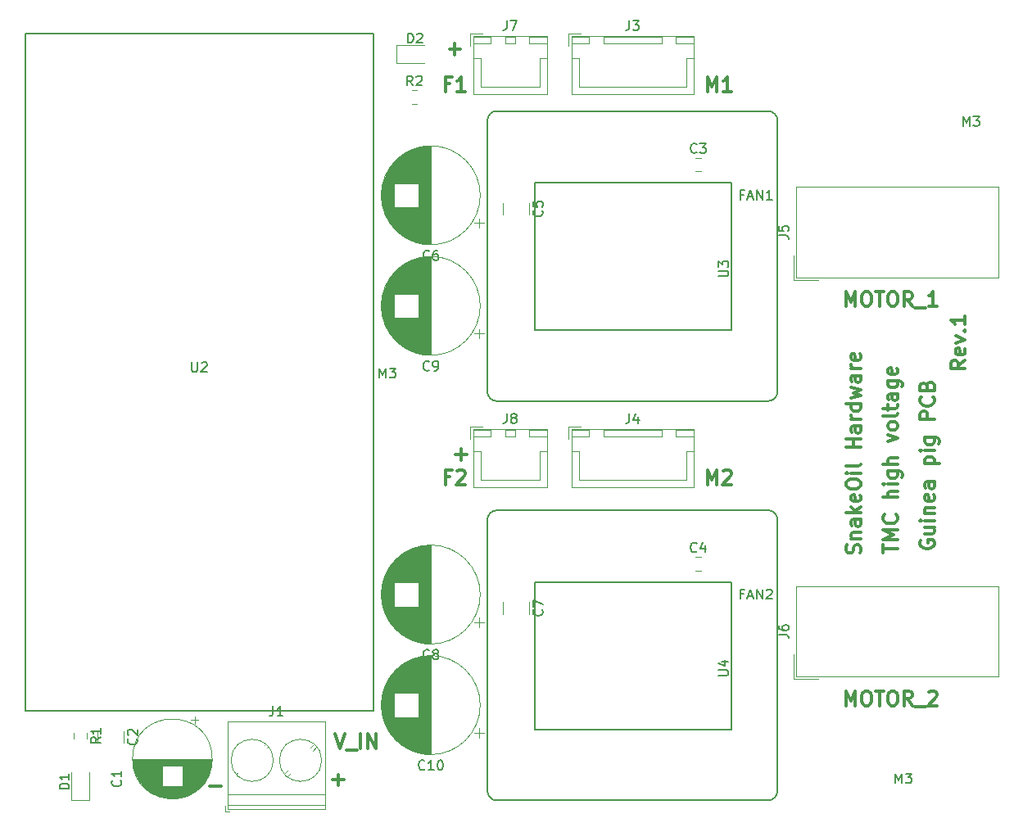
<source format=gto>
G04 #@! TF.GenerationSoftware,KiCad,Pcbnew,5.0.2+dfsg1-1*
G04 #@! TF.CreationDate,2021-08-07T23:42:24+09:00*
G04 #@! TF.ProjectId,tmc-hv-enxtender,746d632d-6876-42d6-956e-7874656e6465,rev?*
G04 #@! TF.SameCoordinates,Original*
G04 #@! TF.FileFunction,Legend,Top*
G04 #@! TF.FilePolarity,Positive*
%FSLAX46Y46*%
G04 Gerber Fmt 4.6, Leading zero omitted, Abs format (unit mm)*
G04 Created by KiCad (PCBNEW 5.0.2+dfsg1-1) date Sat 07 Aug 2021 11:42:24 PM JST*
%MOMM*%
%LPD*%
G01*
G04 APERTURE LIST*
%ADD10C,0.300000*%
%ADD11C,0.120000*%
%ADD12C,0.150000*%
G04 APERTURE END LIST*
D10*
X252773571Y-54526428D02*
X252059285Y-55026428D01*
X252773571Y-55383571D02*
X251273571Y-55383571D01*
X251273571Y-54812142D01*
X251345000Y-54669285D01*
X251416428Y-54597857D01*
X251559285Y-54526428D01*
X251773571Y-54526428D01*
X251916428Y-54597857D01*
X251987857Y-54669285D01*
X252059285Y-54812142D01*
X252059285Y-55383571D01*
X252702142Y-53312142D02*
X252773571Y-53455000D01*
X252773571Y-53740714D01*
X252702142Y-53883571D01*
X252559285Y-53955000D01*
X251987857Y-53955000D01*
X251845000Y-53883571D01*
X251773571Y-53740714D01*
X251773571Y-53455000D01*
X251845000Y-53312142D01*
X251987857Y-53240714D01*
X252130714Y-53240714D01*
X252273571Y-53955000D01*
X251773571Y-52740714D02*
X252773571Y-52383571D01*
X251773571Y-52026428D01*
X252630714Y-51455000D02*
X252702142Y-51383571D01*
X252773571Y-51455000D01*
X252702142Y-51526428D01*
X252630714Y-51455000D01*
X252773571Y-51455000D01*
X252773571Y-49955000D02*
X252773571Y-50812142D01*
X252773571Y-50383571D02*
X251273571Y-50383571D01*
X251487857Y-50526428D01*
X251630714Y-50669285D01*
X251702142Y-50812142D01*
X248170000Y-73155000D02*
X248098571Y-73297857D01*
X248098571Y-73512142D01*
X248170000Y-73726428D01*
X248312857Y-73869285D01*
X248455714Y-73940714D01*
X248741428Y-74012142D01*
X248955714Y-74012142D01*
X249241428Y-73940714D01*
X249384285Y-73869285D01*
X249527142Y-73726428D01*
X249598571Y-73512142D01*
X249598571Y-73369285D01*
X249527142Y-73155000D01*
X249455714Y-73083571D01*
X248955714Y-73083571D01*
X248955714Y-73369285D01*
X248598571Y-71797857D02*
X249598571Y-71797857D01*
X248598571Y-72440714D02*
X249384285Y-72440714D01*
X249527142Y-72369285D01*
X249598571Y-72226428D01*
X249598571Y-72012142D01*
X249527142Y-71869285D01*
X249455714Y-71797857D01*
X249598571Y-71083571D02*
X248598571Y-71083571D01*
X248098571Y-71083571D02*
X248170000Y-71155000D01*
X248241428Y-71083571D01*
X248170000Y-71012142D01*
X248098571Y-71083571D01*
X248241428Y-71083571D01*
X248598571Y-70369285D02*
X249598571Y-70369285D01*
X248741428Y-70369285D02*
X248670000Y-70297857D01*
X248598571Y-70155000D01*
X248598571Y-69940714D01*
X248670000Y-69797857D01*
X248812857Y-69726428D01*
X249598571Y-69726428D01*
X249527142Y-68440714D02*
X249598571Y-68583571D01*
X249598571Y-68869285D01*
X249527142Y-69012142D01*
X249384285Y-69083571D01*
X248812857Y-69083571D01*
X248670000Y-69012142D01*
X248598571Y-68869285D01*
X248598571Y-68583571D01*
X248670000Y-68440714D01*
X248812857Y-68369285D01*
X248955714Y-68369285D01*
X249098571Y-69083571D01*
X249598571Y-67083571D02*
X248812857Y-67083571D01*
X248670000Y-67155000D01*
X248598571Y-67297857D01*
X248598571Y-67583571D01*
X248670000Y-67726428D01*
X249527142Y-67083571D02*
X249598571Y-67226428D01*
X249598571Y-67583571D01*
X249527142Y-67726428D01*
X249384285Y-67797857D01*
X249241428Y-67797857D01*
X249098571Y-67726428D01*
X249027142Y-67583571D01*
X249027142Y-67226428D01*
X248955714Y-67083571D01*
X248598571Y-65226428D02*
X250098571Y-65226428D01*
X248670000Y-65226428D02*
X248598571Y-65083571D01*
X248598571Y-64797857D01*
X248670000Y-64655000D01*
X248741428Y-64583571D01*
X248884285Y-64512142D01*
X249312857Y-64512142D01*
X249455714Y-64583571D01*
X249527142Y-64655000D01*
X249598571Y-64797857D01*
X249598571Y-65083571D01*
X249527142Y-65226428D01*
X249598571Y-63869285D02*
X248598571Y-63869285D01*
X248098571Y-63869285D02*
X248170000Y-63940714D01*
X248241428Y-63869285D01*
X248170000Y-63797857D01*
X248098571Y-63869285D01*
X248241428Y-63869285D01*
X248598571Y-62512142D02*
X249812857Y-62512142D01*
X249955714Y-62583571D01*
X250027142Y-62655000D01*
X250098571Y-62797857D01*
X250098571Y-63012142D01*
X250027142Y-63155000D01*
X249527142Y-62512142D02*
X249598571Y-62655000D01*
X249598571Y-62940714D01*
X249527142Y-63083571D01*
X249455714Y-63155000D01*
X249312857Y-63226428D01*
X248884285Y-63226428D01*
X248741428Y-63155000D01*
X248670000Y-63083571D01*
X248598571Y-62940714D01*
X248598571Y-62655000D01*
X248670000Y-62512142D01*
X249598571Y-60655000D02*
X248098571Y-60655000D01*
X248098571Y-60083571D01*
X248170000Y-59940714D01*
X248241428Y-59869285D01*
X248384285Y-59797857D01*
X248598571Y-59797857D01*
X248741428Y-59869285D01*
X248812857Y-59940714D01*
X248884285Y-60083571D01*
X248884285Y-60655000D01*
X249455714Y-58297857D02*
X249527142Y-58369285D01*
X249598571Y-58583571D01*
X249598571Y-58726428D01*
X249527142Y-58940714D01*
X249384285Y-59083571D01*
X249241428Y-59155000D01*
X248955714Y-59226428D01*
X248741428Y-59226428D01*
X248455714Y-59155000D01*
X248312857Y-59083571D01*
X248170000Y-58940714D01*
X248098571Y-58726428D01*
X248098571Y-58583571D01*
X248170000Y-58369285D01*
X248241428Y-58297857D01*
X248812857Y-57155000D02*
X248884285Y-56940714D01*
X248955714Y-56869285D01*
X249098571Y-56797857D01*
X249312857Y-56797857D01*
X249455714Y-56869285D01*
X249527142Y-56940714D01*
X249598571Y-57083571D01*
X249598571Y-57655000D01*
X248098571Y-57655000D01*
X248098571Y-57155000D01*
X248170000Y-57012142D01*
X248241428Y-56940714D01*
X248384285Y-56869285D01*
X248527142Y-56869285D01*
X248670000Y-56940714D01*
X248741428Y-57012142D01*
X248812857Y-57155000D01*
X248812857Y-57655000D01*
X241907142Y-74456428D02*
X241978571Y-74242142D01*
X241978571Y-73885000D01*
X241907142Y-73742142D01*
X241835714Y-73670714D01*
X241692857Y-73599285D01*
X241550000Y-73599285D01*
X241407142Y-73670714D01*
X241335714Y-73742142D01*
X241264285Y-73885000D01*
X241192857Y-74170714D01*
X241121428Y-74313571D01*
X241050000Y-74385000D01*
X240907142Y-74456428D01*
X240764285Y-74456428D01*
X240621428Y-74385000D01*
X240550000Y-74313571D01*
X240478571Y-74170714D01*
X240478571Y-73813571D01*
X240550000Y-73599285D01*
X240978571Y-72956428D02*
X241978571Y-72956428D01*
X241121428Y-72956428D02*
X241050000Y-72885000D01*
X240978571Y-72742142D01*
X240978571Y-72527857D01*
X241050000Y-72385000D01*
X241192857Y-72313571D01*
X241978571Y-72313571D01*
X241978571Y-70956428D02*
X241192857Y-70956428D01*
X241050000Y-71027857D01*
X240978571Y-71170714D01*
X240978571Y-71456428D01*
X241050000Y-71599285D01*
X241907142Y-70956428D02*
X241978571Y-71099285D01*
X241978571Y-71456428D01*
X241907142Y-71599285D01*
X241764285Y-71670714D01*
X241621428Y-71670714D01*
X241478571Y-71599285D01*
X241407142Y-71456428D01*
X241407142Y-71099285D01*
X241335714Y-70956428D01*
X241978571Y-70242142D02*
X240478571Y-70242142D01*
X241407142Y-70099285D02*
X241978571Y-69670714D01*
X240978571Y-69670714D02*
X241550000Y-70242142D01*
X241907142Y-68456428D02*
X241978571Y-68599285D01*
X241978571Y-68885000D01*
X241907142Y-69027857D01*
X241764285Y-69099285D01*
X241192857Y-69099285D01*
X241050000Y-69027857D01*
X240978571Y-68885000D01*
X240978571Y-68599285D01*
X241050000Y-68456428D01*
X241192857Y-68385000D01*
X241335714Y-68385000D01*
X241478571Y-69099285D01*
X240478571Y-67456428D02*
X240478571Y-67170714D01*
X240550000Y-67027857D01*
X240692857Y-66885000D01*
X240978571Y-66813571D01*
X241478571Y-66813571D01*
X241764285Y-66885000D01*
X241907142Y-67027857D01*
X241978571Y-67170714D01*
X241978571Y-67456428D01*
X241907142Y-67599285D01*
X241764285Y-67742142D01*
X241478571Y-67813571D01*
X240978571Y-67813571D01*
X240692857Y-67742142D01*
X240550000Y-67599285D01*
X240478571Y-67456428D01*
X241978571Y-66170714D02*
X240978571Y-66170714D01*
X240478571Y-66170714D02*
X240550000Y-66242142D01*
X240621428Y-66170714D01*
X240550000Y-66099285D01*
X240478571Y-66170714D01*
X240621428Y-66170714D01*
X241978571Y-65242142D02*
X241907142Y-65385000D01*
X241764285Y-65456428D01*
X240478571Y-65456428D01*
X241978571Y-63527857D02*
X240478571Y-63527857D01*
X241192857Y-63527857D02*
X241192857Y-62670714D01*
X241978571Y-62670714D02*
X240478571Y-62670714D01*
X241978571Y-61313571D02*
X241192857Y-61313571D01*
X241050000Y-61385000D01*
X240978571Y-61527857D01*
X240978571Y-61813571D01*
X241050000Y-61956428D01*
X241907142Y-61313571D02*
X241978571Y-61456428D01*
X241978571Y-61813571D01*
X241907142Y-61956428D01*
X241764285Y-62027857D01*
X241621428Y-62027857D01*
X241478571Y-61956428D01*
X241407142Y-61813571D01*
X241407142Y-61456428D01*
X241335714Y-61313571D01*
X241978571Y-60599285D02*
X240978571Y-60599285D01*
X241264285Y-60599285D02*
X241121428Y-60527857D01*
X241050000Y-60456428D01*
X240978571Y-60313571D01*
X240978571Y-60170714D01*
X241978571Y-59027857D02*
X240478571Y-59027857D01*
X241907142Y-59027857D02*
X241978571Y-59170714D01*
X241978571Y-59456428D01*
X241907142Y-59599285D01*
X241835714Y-59670714D01*
X241692857Y-59742142D01*
X241264285Y-59742142D01*
X241121428Y-59670714D01*
X241050000Y-59599285D01*
X240978571Y-59456428D01*
X240978571Y-59170714D01*
X241050000Y-59027857D01*
X240978571Y-58456428D02*
X241978571Y-58170714D01*
X241264285Y-57885000D01*
X241978571Y-57599285D01*
X240978571Y-57313571D01*
X241978571Y-56099285D02*
X241192857Y-56099285D01*
X241050000Y-56170714D01*
X240978571Y-56313571D01*
X240978571Y-56599285D01*
X241050000Y-56742142D01*
X241907142Y-56099285D02*
X241978571Y-56242142D01*
X241978571Y-56599285D01*
X241907142Y-56742142D01*
X241764285Y-56813571D01*
X241621428Y-56813571D01*
X241478571Y-56742142D01*
X241407142Y-56599285D01*
X241407142Y-56242142D01*
X241335714Y-56099285D01*
X241978571Y-55385000D02*
X240978571Y-55385000D01*
X241264285Y-55385000D02*
X241121428Y-55313571D01*
X241050000Y-55242142D01*
X240978571Y-55099285D01*
X240978571Y-54956428D01*
X241907142Y-53885000D02*
X241978571Y-54027857D01*
X241978571Y-54313571D01*
X241907142Y-54456428D01*
X241764285Y-54527857D01*
X241192857Y-54527857D01*
X241050000Y-54456428D01*
X240978571Y-54313571D01*
X240978571Y-54027857D01*
X241050000Y-53885000D01*
X241192857Y-53813571D01*
X241335714Y-53813571D01*
X241478571Y-54527857D01*
X244288571Y-74412857D02*
X244288571Y-73555714D01*
X245788571Y-73984285D02*
X244288571Y-73984285D01*
X245788571Y-73055714D02*
X244288571Y-73055714D01*
X245360000Y-72555714D01*
X244288571Y-72055714D01*
X245788571Y-72055714D01*
X245645714Y-70484285D02*
X245717142Y-70555714D01*
X245788571Y-70770000D01*
X245788571Y-70912857D01*
X245717142Y-71127142D01*
X245574285Y-71270000D01*
X245431428Y-71341428D01*
X245145714Y-71412857D01*
X244931428Y-71412857D01*
X244645714Y-71341428D01*
X244502857Y-71270000D01*
X244360000Y-71127142D01*
X244288571Y-70912857D01*
X244288571Y-70770000D01*
X244360000Y-70555714D01*
X244431428Y-70484285D01*
X245788571Y-68698571D02*
X244288571Y-68698571D01*
X245788571Y-68055714D02*
X245002857Y-68055714D01*
X244860000Y-68127142D01*
X244788571Y-68270000D01*
X244788571Y-68484285D01*
X244860000Y-68627142D01*
X244931428Y-68698571D01*
X245788571Y-67341428D02*
X244788571Y-67341428D01*
X244288571Y-67341428D02*
X244360000Y-67412857D01*
X244431428Y-67341428D01*
X244360000Y-67270000D01*
X244288571Y-67341428D01*
X244431428Y-67341428D01*
X244788571Y-65984285D02*
X246002857Y-65984285D01*
X246145714Y-66055714D01*
X246217142Y-66127142D01*
X246288571Y-66270000D01*
X246288571Y-66484285D01*
X246217142Y-66627142D01*
X245717142Y-65984285D02*
X245788571Y-66127142D01*
X245788571Y-66412857D01*
X245717142Y-66555714D01*
X245645714Y-66627142D01*
X245502857Y-66698571D01*
X245074285Y-66698571D01*
X244931428Y-66627142D01*
X244860000Y-66555714D01*
X244788571Y-66412857D01*
X244788571Y-66127142D01*
X244860000Y-65984285D01*
X245788571Y-65270000D02*
X244288571Y-65270000D01*
X245788571Y-64627142D02*
X245002857Y-64627142D01*
X244860000Y-64698571D01*
X244788571Y-64841428D01*
X244788571Y-65055714D01*
X244860000Y-65198571D01*
X244931428Y-65270000D01*
X244788571Y-62912857D02*
X245788571Y-62555714D01*
X244788571Y-62198571D01*
X245788571Y-61412857D02*
X245717142Y-61555714D01*
X245645714Y-61627142D01*
X245502857Y-61698571D01*
X245074285Y-61698571D01*
X244931428Y-61627142D01*
X244860000Y-61555714D01*
X244788571Y-61412857D01*
X244788571Y-61198571D01*
X244860000Y-61055714D01*
X244931428Y-60984285D01*
X245074285Y-60912857D01*
X245502857Y-60912857D01*
X245645714Y-60984285D01*
X245717142Y-61055714D01*
X245788571Y-61198571D01*
X245788571Y-61412857D01*
X245788571Y-60055714D02*
X245717142Y-60198571D01*
X245574285Y-60270000D01*
X244288571Y-60270000D01*
X244788571Y-59698571D02*
X244788571Y-59127142D01*
X244288571Y-59484285D02*
X245574285Y-59484285D01*
X245717142Y-59412857D01*
X245788571Y-59270000D01*
X245788571Y-59127142D01*
X245788571Y-57984285D02*
X245002857Y-57984285D01*
X244860000Y-58055714D01*
X244788571Y-58198571D01*
X244788571Y-58484285D01*
X244860000Y-58627142D01*
X245717142Y-57984285D02*
X245788571Y-58127142D01*
X245788571Y-58484285D01*
X245717142Y-58627142D01*
X245574285Y-58698571D01*
X245431428Y-58698571D01*
X245288571Y-58627142D01*
X245217142Y-58484285D01*
X245217142Y-58127142D01*
X245145714Y-57984285D01*
X244788571Y-56627142D02*
X246002857Y-56627142D01*
X246145714Y-56698571D01*
X246217142Y-56770000D01*
X246288571Y-56912857D01*
X246288571Y-57127142D01*
X246217142Y-57270000D01*
X245717142Y-56627142D02*
X245788571Y-56770000D01*
X245788571Y-57055714D01*
X245717142Y-57198571D01*
X245645714Y-57270000D01*
X245502857Y-57341428D01*
X245074285Y-57341428D01*
X244931428Y-57270000D01*
X244860000Y-57198571D01*
X244788571Y-57055714D01*
X244788571Y-56770000D01*
X244860000Y-56627142D01*
X245717142Y-55341428D02*
X245788571Y-55484285D01*
X245788571Y-55770000D01*
X245717142Y-55912857D01*
X245574285Y-55984285D01*
X245002857Y-55984285D01*
X244860000Y-55912857D01*
X244788571Y-55770000D01*
X244788571Y-55484285D01*
X244860000Y-55341428D01*
X245002857Y-55270000D01*
X245145714Y-55270000D01*
X245288571Y-55984285D01*
X226115714Y-67353571D02*
X226115714Y-65853571D01*
X226615714Y-66925000D01*
X227115714Y-65853571D01*
X227115714Y-67353571D01*
X227758571Y-65996428D02*
X227830000Y-65925000D01*
X227972857Y-65853571D01*
X228330000Y-65853571D01*
X228472857Y-65925000D01*
X228544285Y-65996428D01*
X228615714Y-66139285D01*
X228615714Y-66282142D01*
X228544285Y-66496428D01*
X227687142Y-67353571D01*
X228615714Y-67353571D01*
X226115714Y-26713571D02*
X226115714Y-25213571D01*
X226615714Y-26285000D01*
X227115714Y-25213571D01*
X227115714Y-26713571D01*
X228615714Y-26713571D02*
X227758571Y-26713571D01*
X228187142Y-26713571D02*
X228187142Y-25213571D01*
X228044285Y-25427857D01*
X227901428Y-25570714D01*
X227758571Y-25642142D01*
X199525000Y-66567857D02*
X199025000Y-66567857D01*
X199025000Y-67353571D02*
X199025000Y-65853571D01*
X199739285Y-65853571D01*
X200239285Y-65996428D02*
X200310714Y-65925000D01*
X200453571Y-65853571D01*
X200810714Y-65853571D01*
X200953571Y-65925000D01*
X201025000Y-65996428D01*
X201096428Y-66139285D01*
X201096428Y-66282142D01*
X201025000Y-66496428D01*
X200167857Y-67353571D01*
X201096428Y-67353571D01*
X199525000Y-25927857D02*
X199025000Y-25927857D01*
X199025000Y-26713571D02*
X199025000Y-25213571D01*
X199739285Y-25213571D01*
X201096428Y-26713571D02*
X200239285Y-26713571D01*
X200667857Y-26713571D02*
X200667857Y-25213571D01*
X200525000Y-25427857D01*
X200382142Y-25570714D01*
X200239285Y-25642142D01*
X200088571Y-64242142D02*
X201231428Y-64242142D01*
X200660000Y-64813571D02*
X200660000Y-63670714D01*
X199453571Y-22332142D02*
X200596428Y-22332142D01*
X200025000Y-22903571D02*
X200025000Y-21760714D01*
X240431428Y-90213571D02*
X240431428Y-88713571D01*
X240931428Y-89785000D01*
X241431428Y-88713571D01*
X241431428Y-90213571D01*
X242431428Y-88713571D02*
X242717142Y-88713571D01*
X242860000Y-88785000D01*
X243002857Y-88927857D01*
X243074285Y-89213571D01*
X243074285Y-89713571D01*
X243002857Y-89999285D01*
X242860000Y-90142142D01*
X242717142Y-90213571D01*
X242431428Y-90213571D01*
X242288571Y-90142142D01*
X242145714Y-89999285D01*
X242074285Y-89713571D01*
X242074285Y-89213571D01*
X242145714Y-88927857D01*
X242288571Y-88785000D01*
X242431428Y-88713571D01*
X243502857Y-88713571D02*
X244360000Y-88713571D01*
X243931428Y-90213571D02*
X243931428Y-88713571D01*
X245145714Y-88713571D02*
X245431428Y-88713571D01*
X245574285Y-88785000D01*
X245717142Y-88927857D01*
X245788571Y-89213571D01*
X245788571Y-89713571D01*
X245717142Y-89999285D01*
X245574285Y-90142142D01*
X245431428Y-90213571D01*
X245145714Y-90213571D01*
X245002857Y-90142142D01*
X244860000Y-89999285D01*
X244788571Y-89713571D01*
X244788571Y-89213571D01*
X244860000Y-88927857D01*
X245002857Y-88785000D01*
X245145714Y-88713571D01*
X247288571Y-90213571D02*
X246788571Y-89499285D01*
X246431428Y-90213571D02*
X246431428Y-88713571D01*
X247002857Y-88713571D01*
X247145714Y-88785000D01*
X247217142Y-88856428D01*
X247288571Y-88999285D01*
X247288571Y-89213571D01*
X247217142Y-89356428D01*
X247145714Y-89427857D01*
X247002857Y-89499285D01*
X246431428Y-89499285D01*
X247574285Y-90356428D02*
X248717142Y-90356428D01*
X249002857Y-88856428D02*
X249074285Y-88785000D01*
X249217142Y-88713571D01*
X249574285Y-88713571D01*
X249717142Y-88785000D01*
X249788571Y-88856428D01*
X249860000Y-88999285D01*
X249860000Y-89142142D01*
X249788571Y-89356428D01*
X248931428Y-90213571D01*
X249860000Y-90213571D01*
X240431428Y-48938571D02*
X240431428Y-47438571D01*
X240931428Y-48510000D01*
X241431428Y-47438571D01*
X241431428Y-48938571D01*
X242431428Y-47438571D02*
X242717142Y-47438571D01*
X242860000Y-47510000D01*
X243002857Y-47652857D01*
X243074285Y-47938571D01*
X243074285Y-48438571D01*
X243002857Y-48724285D01*
X242860000Y-48867142D01*
X242717142Y-48938571D01*
X242431428Y-48938571D01*
X242288571Y-48867142D01*
X242145714Y-48724285D01*
X242074285Y-48438571D01*
X242074285Y-47938571D01*
X242145714Y-47652857D01*
X242288571Y-47510000D01*
X242431428Y-47438571D01*
X243502857Y-47438571D02*
X244360000Y-47438571D01*
X243931428Y-48938571D02*
X243931428Y-47438571D01*
X245145714Y-47438571D02*
X245431428Y-47438571D01*
X245574285Y-47510000D01*
X245717142Y-47652857D01*
X245788571Y-47938571D01*
X245788571Y-48438571D01*
X245717142Y-48724285D01*
X245574285Y-48867142D01*
X245431428Y-48938571D01*
X245145714Y-48938571D01*
X245002857Y-48867142D01*
X244860000Y-48724285D01*
X244788571Y-48438571D01*
X244788571Y-47938571D01*
X244860000Y-47652857D01*
X245002857Y-47510000D01*
X245145714Y-47438571D01*
X247288571Y-48938571D02*
X246788571Y-48224285D01*
X246431428Y-48938571D02*
X246431428Y-47438571D01*
X247002857Y-47438571D01*
X247145714Y-47510000D01*
X247217142Y-47581428D01*
X247288571Y-47724285D01*
X247288571Y-47938571D01*
X247217142Y-48081428D01*
X247145714Y-48152857D01*
X247002857Y-48224285D01*
X246431428Y-48224285D01*
X247574285Y-49081428D02*
X248717142Y-49081428D01*
X249860000Y-48938571D02*
X249002857Y-48938571D01*
X249431428Y-48938571D02*
X249431428Y-47438571D01*
X249288571Y-47652857D01*
X249145714Y-47795714D01*
X249002857Y-47867142D01*
X174688571Y-98532142D02*
X175831428Y-98532142D01*
X187388571Y-97897142D02*
X188531428Y-97897142D01*
X187960000Y-98468571D02*
X187960000Y-97325714D01*
X187650714Y-93158571D02*
X188150714Y-94658571D01*
X188650714Y-93158571D01*
X188793571Y-94801428D02*
X189936428Y-94801428D01*
X190293571Y-94658571D02*
X190293571Y-93158571D01*
X191007857Y-94658571D02*
X191007857Y-93158571D01*
X191865000Y-94658571D01*
X191865000Y-93158571D01*
D11*
G04 #@! TO.C,D1*
X162200000Y-99982500D02*
X162200000Y-97097500D01*
X160380000Y-99982500D02*
X162200000Y-99982500D01*
X160380000Y-97097500D02*
X160380000Y-99982500D01*
G04 #@! TO.C,J5*
X235315000Y-36600000D02*
X256175000Y-36600000D01*
X256175000Y-36600000D02*
X256175000Y-45950000D01*
X256175000Y-45950000D02*
X235315000Y-45950000D01*
X235315000Y-45950000D02*
X235315000Y-36600000D01*
X235065000Y-46200000D02*
X237605000Y-46200000D01*
X235065000Y-46200000D02*
X235065000Y-43660000D01*
G04 #@! TO.C,J6*
X235065000Y-87475000D02*
X235065000Y-84935000D01*
X235065000Y-87475000D02*
X237605000Y-87475000D01*
X235315000Y-87225000D02*
X235315000Y-77875000D01*
X256175000Y-87225000D02*
X235315000Y-87225000D01*
X256175000Y-77875000D02*
X256175000Y-87225000D01*
X235315000Y-77875000D02*
X256175000Y-77875000D01*
G04 #@! TO.C,R1*
X160580000Y-93083748D02*
X160580000Y-93606252D01*
X162000000Y-93083748D02*
X162000000Y-93606252D01*
D12*
G04 #@! TO.C,U2*
X191595000Y-90765000D02*
X155595000Y-90765000D01*
X155595000Y-90765000D02*
X155595000Y-20765000D01*
X155595000Y-20765000D02*
X191595000Y-20765000D01*
X191595000Y-20765000D02*
X191595000Y-90765000D01*
G04 #@! TO.C,U3*
X228600000Y-51435000D02*
X208280000Y-51435000D01*
X228600000Y-36195000D02*
X228600000Y-51435000D01*
X208280000Y-36195000D02*
X228600000Y-36195000D01*
X208280000Y-51435000D02*
X208280000Y-36195000D01*
G04 #@! TO.C,U4*
X208280000Y-92710000D02*
X208280000Y-77470000D01*
X208280000Y-77470000D02*
X228600000Y-77470000D01*
X228600000Y-77470000D02*
X228600000Y-92710000D01*
X228600000Y-92710000D02*
X208280000Y-92710000D01*
D11*
G04 #@! TO.C,C2*
X165825000Y-92872936D02*
X165825000Y-94077064D01*
X163105000Y-92872936D02*
X163105000Y-94077064D01*
G04 #@! TO.C,C4*
X224918748Y-74855000D02*
X225441252Y-74855000D01*
X224918748Y-76275000D02*
X225441252Y-76275000D01*
G04 #@! TO.C,J3*
X211780000Y-20745000D02*
X211780000Y-21995000D01*
X213030000Y-20745000D02*
X211780000Y-20745000D01*
X223930000Y-26245000D02*
X218380000Y-26245000D01*
X223930000Y-23295000D02*
X223930000Y-26245000D01*
X224680000Y-23295000D02*
X223930000Y-23295000D01*
X212830000Y-26245000D02*
X218380000Y-26245000D01*
X212830000Y-23295000D02*
X212830000Y-26245000D01*
X212080000Y-23295000D02*
X212830000Y-23295000D01*
X224680000Y-21045000D02*
X222880000Y-21045000D01*
X224680000Y-21795000D02*
X224680000Y-21045000D01*
X222880000Y-21795000D02*
X224680000Y-21795000D01*
X222880000Y-21045000D02*
X222880000Y-21795000D01*
X213880000Y-21045000D02*
X212080000Y-21045000D01*
X213880000Y-21795000D02*
X213880000Y-21045000D01*
X212080000Y-21795000D02*
X213880000Y-21795000D01*
X212080000Y-21045000D02*
X212080000Y-21795000D01*
X221380000Y-21045000D02*
X215380000Y-21045000D01*
X221380000Y-21795000D02*
X221380000Y-21045000D01*
X215380000Y-21795000D02*
X221380000Y-21795000D01*
X215380000Y-21045000D02*
X215380000Y-21795000D01*
X224690000Y-21035000D02*
X212070000Y-21035000D01*
X224690000Y-27005000D02*
X224690000Y-21035000D01*
X212070000Y-27005000D02*
X224690000Y-27005000D01*
X212070000Y-21035000D02*
X212070000Y-27005000D01*
G04 #@! TO.C,J4*
X212070000Y-61675000D02*
X212070000Y-67645000D01*
X212070000Y-67645000D02*
X224690000Y-67645000D01*
X224690000Y-67645000D02*
X224690000Y-61675000D01*
X224690000Y-61675000D02*
X212070000Y-61675000D01*
X215380000Y-61685000D02*
X215380000Y-62435000D01*
X215380000Y-62435000D02*
X221380000Y-62435000D01*
X221380000Y-62435000D02*
X221380000Y-61685000D01*
X221380000Y-61685000D02*
X215380000Y-61685000D01*
X212080000Y-61685000D02*
X212080000Y-62435000D01*
X212080000Y-62435000D02*
X213880000Y-62435000D01*
X213880000Y-62435000D02*
X213880000Y-61685000D01*
X213880000Y-61685000D02*
X212080000Y-61685000D01*
X222880000Y-61685000D02*
X222880000Y-62435000D01*
X222880000Y-62435000D02*
X224680000Y-62435000D01*
X224680000Y-62435000D02*
X224680000Y-61685000D01*
X224680000Y-61685000D02*
X222880000Y-61685000D01*
X212080000Y-63935000D02*
X212830000Y-63935000D01*
X212830000Y-63935000D02*
X212830000Y-66885000D01*
X212830000Y-66885000D02*
X218380000Y-66885000D01*
X224680000Y-63935000D02*
X223930000Y-63935000D01*
X223930000Y-63935000D02*
X223930000Y-66885000D01*
X223930000Y-66885000D02*
X218380000Y-66885000D01*
X213030000Y-61385000D02*
X211780000Y-61385000D01*
X211780000Y-61385000D02*
X211780000Y-62635000D01*
G04 #@! TO.C,J7*
X201910000Y-21035000D02*
X201910000Y-27005000D01*
X201910000Y-27005000D02*
X209530000Y-27005000D01*
X209530000Y-27005000D02*
X209530000Y-21035000D01*
X209530000Y-21035000D02*
X201910000Y-21035000D01*
X205220000Y-21045000D02*
X205220000Y-21795000D01*
X205220000Y-21795000D02*
X206220000Y-21795000D01*
X206220000Y-21795000D02*
X206220000Y-21045000D01*
X206220000Y-21045000D02*
X205220000Y-21045000D01*
X201920000Y-21045000D02*
X201920000Y-21795000D01*
X201920000Y-21795000D02*
X203720000Y-21795000D01*
X203720000Y-21795000D02*
X203720000Y-21045000D01*
X203720000Y-21045000D02*
X201920000Y-21045000D01*
X207720000Y-21045000D02*
X207720000Y-21795000D01*
X207720000Y-21795000D02*
X209520000Y-21795000D01*
X209520000Y-21795000D02*
X209520000Y-21045000D01*
X209520000Y-21045000D02*
X207720000Y-21045000D01*
X201920000Y-23295000D02*
X202670000Y-23295000D01*
X202670000Y-23295000D02*
X202670000Y-26245000D01*
X202670000Y-26245000D02*
X205720000Y-26245000D01*
X209520000Y-23295000D02*
X208770000Y-23295000D01*
X208770000Y-23295000D02*
X208770000Y-26245000D01*
X208770000Y-26245000D02*
X205720000Y-26245000D01*
X202870000Y-20745000D02*
X201620000Y-20745000D01*
X201620000Y-20745000D02*
X201620000Y-21995000D01*
G04 #@! TO.C,J8*
X201620000Y-61385000D02*
X201620000Y-62635000D01*
X202870000Y-61385000D02*
X201620000Y-61385000D01*
X208770000Y-66885000D02*
X205720000Y-66885000D01*
X208770000Y-63935000D02*
X208770000Y-66885000D01*
X209520000Y-63935000D02*
X208770000Y-63935000D01*
X202670000Y-66885000D02*
X205720000Y-66885000D01*
X202670000Y-63935000D02*
X202670000Y-66885000D01*
X201920000Y-63935000D02*
X202670000Y-63935000D01*
X209520000Y-61685000D02*
X207720000Y-61685000D01*
X209520000Y-62435000D02*
X209520000Y-61685000D01*
X207720000Y-62435000D02*
X209520000Y-62435000D01*
X207720000Y-61685000D02*
X207720000Y-62435000D01*
X203720000Y-61685000D02*
X201920000Y-61685000D01*
X203720000Y-62435000D02*
X203720000Y-61685000D01*
X201920000Y-62435000D02*
X203720000Y-62435000D01*
X201920000Y-61685000D02*
X201920000Y-62435000D01*
X206220000Y-61685000D02*
X205220000Y-61685000D01*
X206220000Y-62435000D02*
X206220000Y-61685000D01*
X205220000Y-62435000D02*
X206220000Y-62435000D01*
X205220000Y-61685000D02*
X205220000Y-62435000D01*
X209530000Y-61675000D02*
X201910000Y-61675000D01*
X209530000Y-67645000D02*
X209530000Y-61675000D01*
X201910000Y-67645000D02*
X209530000Y-67645000D01*
X201910000Y-61675000D02*
X201910000Y-67645000D01*
G04 #@! TO.C,C3*
X224918748Y-33580000D02*
X225441252Y-33580000D01*
X224918748Y-35000000D02*
X225441252Y-35000000D01*
G04 #@! TO.C,C5*
X205015000Y-38262936D02*
X205015000Y-39467064D01*
X207735000Y-38262936D02*
X207735000Y-39467064D01*
G04 #@! TO.C,C6*
X202645000Y-37465000D02*
G75*
G03X202645000Y-37465000I-5120000J0D01*
G01*
X197525000Y-42545000D02*
X197525000Y-32385000D01*
X197485000Y-42545000D02*
X197485000Y-32385000D01*
X197445000Y-42545000D02*
X197445000Y-32385000D01*
X197405000Y-42544000D02*
X197405000Y-32386000D01*
X197365000Y-42543000D02*
X197365000Y-32387000D01*
X197325000Y-42542000D02*
X197325000Y-32388000D01*
X197285000Y-42540000D02*
X197285000Y-32390000D01*
X197245000Y-42538000D02*
X197245000Y-32392000D01*
X197205000Y-42535000D02*
X197205000Y-32395000D01*
X197165000Y-42533000D02*
X197165000Y-32397000D01*
X197125000Y-42530000D02*
X197125000Y-32400000D01*
X197085000Y-42527000D02*
X197085000Y-32403000D01*
X197045000Y-42523000D02*
X197045000Y-32407000D01*
X197005000Y-42519000D02*
X197005000Y-32411000D01*
X196965000Y-42515000D02*
X196965000Y-32415000D01*
X196925000Y-42510000D02*
X196925000Y-32420000D01*
X196885000Y-42505000D02*
X196885000Y-32425000D01*
X196845000Y-42500000D02*
X196845000Y-32430000D01*
X196804000Y-42495000D02*
X196804000Y-32435000D01*
X196764000Y-42489000D02*
X196764000Y-32441000D01*
X196724000Y-42483000D02*
X196724000Y-32447000D01*
X196684000Y-42476000D02*
X196684000Y-32454000D01*
X196644000Y-42469000D02*
X196644000Y-32461000D01*
X196604000Y-42462000D02*
X196604000Y-32468000D01*
X196564000Y-42455000D02*
X196564000Y-32475000D01*
X196524000Y-42447000D02*
X196524000Y-32483000D01*
X196484000Y-42439000D02*
X196484000Y-32491000D01*
X196444000Y-42430000D02*
X196444000Y-32500000D01*
X196404000Y-42421000D02*
X196404000Y-32509000D01*
X196364000Y-42412000D02*
X196364000Y-32518000D01*
X196324000Y-42403000D02*
X196324000Y-32527000D01*
X196284000Y-42393000D02*
X196284000Y-32537000D01*
X196244000Y-42383000D02*
X196244000Y-38706000D01*
X196244000Y-36224000D02*
X196244000Y-32547000D01*
X196204000Y-42372000D02*
X196204000Y-38706000D01*
X196204000Y-36224000D02*
X196204000Y-32558000D01*
X196164000Y-42362000D02*
X196164000Y-38706000D01*
X196164000Y-36224000D02*
X196164000Y-32568000D01*
X196124000Y-42350000D02*
X196124000Y-38706000D01*
X196124000Y-36224000D02*
X196124000Y-32580000D01*
X196084000Y-42339000D02*
X196084000Y-38706000D01*
X196084000Y-36224000D02*
X196084000Y-32591000D01*
X196044000Y-42327000D02*
X196044000Y-38706000D01*
X196044000Y-36224000D02*
X196044000Y-32603000D01*
X196004000Y-42315000D02*
X196004000Y-38706000D01*
X196004000Y-36224000D02*
X196004000Y-32615000D01*
X195964000Y-42302000D02*
X195964000Y-38706000D01*
X195964000Y-36224000D02*
X195964000Y-32628000D01*
X195924000Y-42289000D02*
X195924000Y-38706000D01*
X195924000Y-36224000D02*
X195924000Y-32641000D01*
X195884000Y-42276000D02*
X195884000Y-38706000D01*
X195884000Y-36224000D02*
X195884000Y-32654000D01*
X195844000Y-42262000D02*
X195844000Y-38706000D01*
X195844000Y-36224000D02*
X195844000Y-32668000D01*
X195804000Y-42248000D02*
X195804000Y-38706000D01*
X195804000Y-36224000D02*
X195804000Y-32682000D01*
X195764000Y-42233000D02*
X195764000Y-38706000D01*
X195764000Y-36224000D02*
X195764000Y-32697000D01*
X195724000Y-42219000D02*
X195724000Y-38706000D01*
X195724000Y-36224000D02*
X195724000Y-32711000D01*
X195684000Y-42203000D02*
X195684000Y-38706000D01*
X195684000Y-36224000D02*
X195684000Y-32727000D01*
X195644000Y-42188000D02*
X195644000Y-38706000D01*
X195644000Y-36224000D02*
X195644000Y-32742000D01*
X195604000Y-42172000D02*
X195604000Y-38706000D01*
X195604000Y-36224000D02*
X195604000Y-32758000D01*
X195564000Y-42155000D02*
X195564000Y-38706000D01*
X195564000Y-36224000D02*
X195564000Y-32775000D01*
X195524000Y-42139000D02*
X195524000Y-38706000D01*
X195524000Y-36224000D02*
X195524000Y-32791000D01*
X195484000Y-42122000D02*
X195484000Y-38706000D01*
X195484000Y-36224000D02*
X195484000Y-32808000D01*
X195444000Y-42104000D02*
X195444000Y-38706000D01*
X195444000Y-36224000D02*
X195444000Y-32826000D01*
X195404000Y-42086000D02*
X195404000Y-38706000D01*
X195404000Y-36224000D02*
X195404000Y-32844000D01*
X195364000Y-42068000D02*
X195364000Y-38706000D01*
X195364000Y-36224000D02*
X195364000Y-32862000D01*
X195324000Y-42049000D02*
X195324000Y-38706000D01*
X195324000Y-36224000D02*
X195324000Y-32881000D01*
X195284000Y-42029000D02*
X195284000Y-38706000D01*
X195284000Y-36224000D02*
X195284000Y-32901000D01*
X195244000Y-42010000D02*
X195244000Y-38706000D01*
X195244000Y-36224000D02*
X195244000Y-32920000D01*
X195204000Y-41990000D02*
X195204000Y-38706000D01*
X195204000Y-36224000D02*
X195204000Y-32940000D01*
X195164000Y-41969000D02*
X195164000Y-38706000D01*
X195164000Y-36224000D02*
X195164000Y-32961000D01*
X195124000Y-41948000D02*
X195124000Y-38706000D01*
X195124000Y-36224000D02*
X195124000Y-32982000D01*
X195084000Y-41927000D02*
X195084000Y-38706000D01*
X195084000Y-36224000D02*
X195084000Y-33003000D01*
X195044000Y-41905000D02*
X195044000Y-38706000D01*
X195044000Y-36224000D02*
X195044000Y-33025000D01*
X195004000Y-41882000D02*
X195004000Y-38706000D01*
X195004000Y-36224000D02*
X195004000Y-33048000D01*
X194964000Y-41860000D02*
X194964000Y-38706000D01*
X194964000Y-36224000D02*
X194964000Y-33070000D01*
X194924000Y-41836000D02*
X194924000Y-38706000D01*
X194924000Y-36224000D02*
X194924000Y-33094000D01*
X194884000Y-41812000D02*
X194884000Y-38706000D01*
X194884000Y-36224000D02*
X194884000Y-33118000D01*
X194844000Y-41788000D02*
X194844000Y-38706000D01*
X194844000Y-36224000D02*
X194844000Y-33142000D01*
X194804000Y-41763000D02*
X194804000Y-38706000D01*
X194804000Y-36224000D02*
X194804000Y-33167000D01*
X194764000Y-41738000D02*
X194764000Y-38706000D01*
X194764000Y-36224000D02*
X194764000Y-33192000D01*
X194724000Y-41712000D02*
X194724000Y-38706000D01*
X194724000Y-36224000D02*
X194724000Y-33218000D01*
X194684000Y-41686000D02*
X194684000Y-38706000D01*
X194684000Y-36224000D02*
X194684000Y-33244000D01*
X194644000Y-41659000D02*
X194644000Y-38706000D01*
X194644000Y-36224000D02*
X194644000Y-33271000D01*
X194604000Y-41631000D02*
X194604000Y-38706000D01*
X194604000Y-36224000D02*
X194604000Y-33299000D01*
X194564000Y-41603000D02*
X194564000Y-38706000D01*
X194564000Y-36224000D02*
X194564000Y-33327000D01*
X194524000Y-41575000D02*
X194524000Y-38706000D01*
X194524000Y-36224000D02*
X194524000Y-33355000D01*
X194484000Y-41545000D02*
X194484000Y-38706000D01*
X194484000Y-36224000D02*
X194484000Y-33385000D01*
X194444000Y-41515000D02*
X194444000Y-38706000D01*
X194444000Y-36224000D02*
X194444000Y-33415000D01*
X194404000Y-41485000D02*
X194404000Y-38706000D01*
X194404000Y-36224000D02*
X194404000Y-33445000D01*
X194364000Y-41454000D02*
X194364000Y-38706000D01*
X194364000Y-36224000D02*
X194364000Y-33476000D01*
X194324000Y-41422000D02*
X194324000Y-38706000D01*
X194324000Y-36224000D02*
X194324000Y-33508000D01*
X194284000Y-41390000D02*
X194284000Y-38706000D01*
X194284000Y-36224000D02*
X194284000Y-33540000D01*
X194244000Y-41357000D02*
X194244000Y-38706000D01*
X194244000Y-36224000D02*
X194244000Y-33573000D01*
X194204000Y-41323000D02*
X194204000Y-38706000D01*
X194204000Y-36224000D02*
X194204000Y-33607000D01*
X194164000Y-41289000D02*
X194164000Y-38706000D01*
X194164000Y-36224000D02*
X194164000Y-33641000D01*
X194124000Y-41254000D02*
X194124000Y-38706000D01*
X194124000Y-36224000D02*
X194124000Y-33676000D01*
X194084000Y-41218000D02*
X194084000Y-38706000D01*
X194084000Y-36224000D02*
X194084000Y-33712000D01*
X194044000Y-41181000D02*
X194044000Y-38706000D01*
X194044000Y-36224000D02*
X194044000Y-33749000D01*
X194004000Y-41144000D02*
X194004000Y-38706000D01*
X194004000Y-36224000D02*
X194004000Y-33786000D01*
X193964000Y-41105000D02*
X193964000Y-38706000D01*
X193964000Y-36224000D02*
X193964000Y-33825000D01*
X193924000Y-41066000D02*
X193924000Y-38706000D01*
X193924000Y-36224000D02*
X193924000Y-33864000D01*
X193884000Y-41026000D02*
X193884000Y-38706000D01*
X193884000Y-36224000D02*
X193884000Y-33904000D01*
X193844000Y-40985000D02*
X193844000Y-38706000D01*
X193844000Y-36224000D02*
X193844000Y-33945000D01*
X193804000Y-40943000D02*
X193804000Y-38706000D01*
X193804000Y-36224000D02*
X193804000Y-33987000D01*
X193764000Y-40901000D02*
X193764000Y-34029000D01*
X193724000Y-40857000D02*
X193724000Y-34073000D01*
X193684000Y-40812000D02*
X193684000Y-34118000D01*
X193644000Y-40766000D02*
X193644000Y-34164000D01*
X193604000Y-40719000D02*
X193604000Y-34211000D01*
X193564000Y-40671000D02*
X193564000Y-34259000D01*
X193524000Y-40621000D02*
X193524000Y-34309000D01*
X193484000Y-40571000D02*
X193484000Y-34359000D01*
X193444000Y-40519000D02*
X193444000Y-34411000D01*
X193404000Y-40465000D02*
X193404000Y-34465000D01*
X193364000Y-40410000D02*
X193364000Y-34520000D01*
X193324000Y-40354000D02*
X193324000Y-34576000D01*
X193284000Y-40295000D02*
X193284000Y-34635000D01*
X193244000Y-40235000D02*
X193244000Y-34695000D01*
X193204000Y-40174000D02*
X193204000Y-34756000D01*
X193164000Y-40110000D02*
X193164000Y-34820000D01*
X193124000Y-40044000D02*
X193124000Y-34886000D01*
X193084000Y-39975000D02*
X193084000Y-34955000D01*
X193044000Y-39904000D02*
X193044000Y-35026000D01*
X193004000Y-39830000D02*
X193004000Y-35100000D01*
X192964000Y-39754000D02*
X192964000Y-35176000D01*
X192924000Y-39674000D02*
X192924000Y-35256000D01*
X192884000Y-39590000D02*
X192884000Y-35340000D01*
X192844000Y-39502000D02*
X192844000Y-35428000D01*
X192804000Y-39409000D02*
X192804000Y-35521000D01*
X192764000Y-39311000D02*
X192764000Y-35619000D01*
X192724000Y-39207000D02*
X192724000Y-35723000D01*
X192684000Y-39095000D02*
X192684000Y-35835000D01*
X192644000Y-38975000D02*
X192644000Y-35955000D01*
X192604000Y-38843000D02*
X192604000Y-36087000D01*
X192564000Y-38695000D02*
X192564000Y-36235000D01*
X192524000Y-38527000D02*
X192524000Y-36403000D01*
X192484000Y-38327000D02*
X192484000Y-36603000D01*
X192444000Y-38064000D02*
X192444000Y-36866000D01*
X203004646Y-40340000D02*
X202004646Y-40340000D01*
X202504646Y-40840000D02*
X202504646Y-39840000D01*
G04 #@! TO.C,C7*
X207735000Y-79537936D02*
X207735000Y-80742064D01*
X205015000Y-79537936D02*
X205015000Y-80742064D01*
G04 #@! TO.C,C8*
X202504646Y-82115000D02*
X202504646Y-81115000D01*
X203004646Y-81615000D02*
X202004646Y-81615000D01*
X192444000Y-79339000D02*
X192444000Y-78141000D01*
X192484000Y-79602000D02*
X192484000Y-77878000D01*
X192524000Y-79802000D02*
X192524000Y-77678000D01*
X192564000Y-79970000D02*
X192564000Y-77510000D01*
X192604000Y-80118000D02*
X192604000Y-77362000D01*
X192644000Y-80250000D02*
X192644000Y-77230000D01*
X192684000Y-80370000D02*
X192684000Y-77110000D01*
X192724000Y-80482000D02*
X192724000Y-76998000D01*
X192764000Y-80586000D02*
X192764000Y-76894000D01*
X192804000Y-80684000D02*
X192804000Y-76796000D01*
X192844000Y-80777000D02*
X192844000Y-76703000D01*
X192884000Y-80865000D02*
X192884000Y-76615000D01*
X192924000Y-80949000D02*
X192924000Y-76531000D01*
X192964000Y-81029000D02*
X192964000Y-76451000D01*
X193004000Y-81105000D02*
X193004000Y-76375000D01*
X193044000Y-81179000D02*
X193044000Y-76301000D01*
X193084000Y-81250000D02*
X193084000Y-76230000D01*
X193124000Y-81319000D02*
X193124000Y-76161000D01*
X193164000Y-81385000D02*
X193164000Y-76095000D01*
X193204000Y-81449000D02*
X193204000Y-76031000D01*
X193244000Y-81510000D02*
X193244000Y-75970000D01*
X193284000Y-81570000D02*
X193284000Y-75910000D01*
X193324000Y-81629000D02*
X193324000Y-75851000D01*
X193364000Y-81685000D02*
X193364000Y-75795000D01*
X193404000Y-81740000D02*
X193404000Y-75740000D01*
X193444000Y-81794000D02*
X193444000Y-75686000D01*
X193484000Y-81846000D02*
X193484000Y-75634000D01*
X193524000Y-81896000D02*
X193524000Y-75584000D01*
X193564000Y-81946000D02*
X193564000Y-75534000D01*
X193604000Y-81994000D02*
X193604000Y-75486000D01*
X193644000Y-82041000D02*
X193644000Y-75439000D01*
X193684000Y-82087000D02*
X193684000Y-75393000D01*
X193724000Y-82132000D02*
X193724000Y-75348000D01*
X193764000Y-82176000D02*
X193764000Y-75304000D01*
X193804000Y-77499000D02*
X193804000Y-75262000D01*
X193804000Y-82218000D02*
X193804000Y-79981000D01*
X193844000Y-77499000D02*
X193844000Y-75220000D01*
X193844000Y-82260000D02*
X193844000Y-79981000D01*
X193884000Y-77499000D02*
X193884000Y-75179000D01*
X193884000Y-82301000D02*
X193884000Y-79981000D01*
X193924000Y-77499000D02*
X193924000Y-75139000D01*
X193924000Y-82341000D02*
X193924000Y-79981000D01*
X193964000Y-77499000D02*
X193964000Y-75100000D01*
X193964000Y-82380000D02*
X193964000Y-79981000D01*
X194004000Y-77499000D02*
X194004000Y-75061000D01*
X194004000Y-82419000D02*
X194004000Y-79981000D01*
X194044000Y-77499000D02*
X194044000Y-75024000D01*
X194044000Y-82456000D02*
X194044000Y-79981000D01*
X194084000Y-77499000D02*
X194084000Y-74987000D01*
X194084000Y-82493000D02*
X194084000Y-79981000D01*
X194124000Y-77499000D02*
X194124000Y-74951000D01*
X194124000Y-82529000D02*
X194124000Y-79981000D01*
X194164000Y-77499000D02*
X194164000Y-74916000D01*
X194164000Y-82564000D02*
X194164000Y-79981000D01*
X194204000Y-77499000D02*
X194204000Y-74882000D01*
X194204000Y-82598000D02*
X194204000Y-79981000D01*
X194244000Y-77499000D02*
X194244000Y-74848000D01*
X194244000Y-82632000D02*
X194244000Y-79981000D01*
X194284000Y-77499000D02*
X194284000Y-74815000D01*
X194284000Y-82665000D02*
X194284000Y-79981000D01*
X194324000Y-77499000D02*
X194324000Y-74783000D01*
X194324000Y-82697000D02*
X194324000Y-79981000D01*
X194364000Y-77499000D02*
X194364000Y-74751000D01*
X194364000Y-82729000D02*
X194364000Y-79981000D01*
X194404000Y-77499000D02*
X194404000Y-74720000D01*
X194404000Y-82760000D02*
X194404000Y-79981000D01*
X194444000Y-77499000D02*
X194444000Y-74690000D01*
X194444000Y-82790000D02*
X194444000Y-79981000D01*
X194484000Y-77499000D02*
X194484000Y-74660000D01*
X194484000Y-82820000D02*
X194484000Y-79981000D01*
X194524000Y-77499000D02*
X194524000Y-74630000D01*
X194524000Y-82850000D02*
X194524000Y-79981000D01*
X194564000Y-77499000D02*
X194564000Y-74602000D01*
X194564000Y-82878000D02*
X194564000Y-79981000D01*
X194604000Y-77499000D02*
X194604000Y-74574000D01*
X194604000Y-82906000D02*
X194604000Y-79981000D01*
X194644000Y-77499000D02*
X194644000Y-74546000D01*
X194644000Y-82934000D02*
X194644000Y-79981000D01*
X194684000Y-77499000D02*
X194684000Y-74519000D01*
X194684000Y-82961000D02*
X194684000Y-79981000D01*
X194724000Y-77499000D02*
X194724000Y-74493000D01*
X194724000Y-82987000D02*
X194724000Y-79981000D01*
X194764000Y-77499000D02*
X194764000Y-74467000D01*
X194764000Y-83013000D02*
X194764000Y-79981000D01*
X194804000Y-77499000D02*
X194804000Y-74442000D01*
X194804000Y-83038000D02*
X194804000Y-79981000D01*
X194844000Y-77499000D02*
X194844000Y-74417000D01*
X194844000Y-83063000D02*
X194844000Y-79981000D01*
X194884000Y-77499000D02*
X194884000Y-74393000D01*
X194884000Y-83087000D02*
X194884000Y-79981000D01*
X194924000Y-77499000D02*
X194924000Y-74369000D01*
X194924000Y-83111000D02*
X194924000Y-79981000D01*
X194964000Y-77499000D02*
X194964000Y-74345000D01*
X194964000Y-83135000D02*
X194964000Y-79981000D01*
X195004000Y-77499000D02*
X195004000Y-74323000D01*
X195004000Y-83157000D02*
X195004000Y-79981000D01*
X195044000Y-77499000D02*
X195044000Y-74300000D01*
X195044000Y-83180000D02*
X195044000Y-79981000D01*
X195084000Y-77499000D02*
X195084000Y-74278000D01*
X195084000Y-83202000D02*
X195084000Y-79981000D01*
X195124000Y-77499000D02*
X195124000Y-74257000D01*
X195124000Y-83223000D02*
X195124000Y-79981000D01*
X195164000Y-77499000D02*
X195164000Y-74236000D01*
X195164000Y-83244000D02*
X195164000Y-79981000D01*
X195204000Y-77499000D02*
X195204000Y-74215000D01*
X195204000Y-83265000D02*
X195204000Y-79981000D01*
X195244000Y-77499000D02*
X195244000Y-74195000D01*
X195244000Y-83285000D02*
X195244000Y-79981000D01*
X195284000Y-77499000D02*
X195284000Y-74176000D01*
X195284000Y-83304000D02*
X195284000Y-79981000D01*
X195324000Y-77499000D02*
X195324000Y-74156000D01*
X195324000Y-83324000D02*
X195324000Y-79981000D01*
X195364000Y-77499000D02*
X195364000Y-74137000D01*
X195364000Y-83343000D02*
X195364000Y-79981000D01*
X195404000Y-77499000D02*
X195404000Y-74119000D01*
X195404000Y-83361000D02*
X195404000Y-79981000D01*
X195444000Y-77499000D02*
X195444000Y-74101000D01*
X195444000Y-83379000D02*
X195444000Y-79981000D01*
X195484000Y-77499000D02*
X195484000Y-74083000D01*
X195484000Y-83397000D02*
X195484000Y-79981000D01*
X195524000Y-77499000D02*
X195524000Y-74066000D01*
X195524000Y-83414000D02*
X195524000Y-79981000D01*
X195564000Y-77499000D02*
X195564000Y-74050000D01*
X195564000Y-83430000D02*
X195564000Y-79981000D01*
X195604000Y-77499000D02*
X195604000Y-74033000D01*
X195604000Y-83447000D02*
X195604000Y-79981000D01*
X195644000Y-77499000D02*
X195644000Y-74017000D01*
X195644000Y-83463000D02*
X195644000Y-79981000D01*
X195684000Y-77499000D02*
X195684000Y-74002000D01*
X195684000Y-83478000D02*
X195684000Y-79981000D01*
X195724000Y-77499000D02*
X195724000Y-73986000D01*
X195724000Y-83494000D02*
X195724000Y-79981000D01*
X195764000Y-77499000D02*
X195764000Y-73972000D01*
X195764000Y-83508000D02*
X195764000Y-79981000D01*
X195804000Y-77499000D02*
X195804000Y-73957000D01*
X195804000Y-83523000D02*
X195804000Y-79981000D01*
X195844000Y-77499000D02*
X195844000Y-73943000D01*
X195844000Y-83537000D02*
X195844000Y-79981000D01*
X195884000Y-77499000D02*
X195884000Y-73929000D01*
X195884000Y-83551000D02*
X195884000Y-79981000D01*
X195924000Y-77499000D02*
X195924000Y-73916000D01*
X195924000Y-83564000D02*
X195924000Y-79981000D01*
X195964000Y-77499000D02*
X195964000Y-73903000D01*
X195964000Y-83577000D02*
X195964000Y-79981000D01*
X196004000Y-77499000D02*
X196004000Y-73890000D01*
X196004000Y-83590000D02*
X196004000Y-79981000D01*
X196044000Y-77499000D02*
X196044000Y-73878000D01*
X196044000Y-83602000D02*
X196044000Y-79981000D01*
X196084000Y-77499000D02*
X196084000Y-73866000D01*
X196084000Y-83614000D02*
X196084000Y-79981000D01*
X196124000Y-77499000D02*
X196124000Y-73855000D01*
X196124000Y-83625000D02*
X196124000Y-79981000D01*
X196164000Y-77499000D02*
X196164000Y-73843000D01*
X196164000Y-83637000D02*
X196164000Y-79981000D01*
X196204000Y-77499000D02*
X196204000Y-73833000D01*
X196204000Y-83647000D02*
X196204000Y-79981000D01*
X196244000Y-77499000D02*
X196244000Y-73822000D01*
X196244000Y-83658000D02*
X196244000Y-79981000D01*
X196284000Y-83668000D02*
X196284000Y-73812000D01*
X196324000Y-83678000D02*
X196324000Y-73802000D01*
X196364000Y-83687000D02*
X196364000Y-73793000D01*
X196404000Y-83696000D02*
X196404000Y-73784000D01*
X196444000Y-83705000D02*
X196444000Y-73775000D01*
X196484000Y-83714000D02*
X196484000Y-73766000D01*
X196524000Y-83722000D02*
X196524000Y-73758000D01*
X196564000Y-83730000D02*
X196564000Y-73750000D01*
X196604000Y-83737000D02*
X196604000Y-73743000D01*
X196644000Y-83744000D02*
X196644000Y-73736000D01*
X196684000Y-83751000D02*
X196684000Y-73729000D01*
X196724000Y-83758000D02*
X196724000Y-73722000D01*
X196764000Y-83764000D02*
X196764000Y-73716000D01*
X196804000Y-83770000D02*
X196804000Y-73710000D01*
X196845000Y-83775000D02*
X196845000Y-73705000D01*
X196885000Y-83780000D02*
X196885000Y-73700000D01*
X196925000Y-83785000D02*
X196925000Y-73695000D01*
X196965000Y-83790000D02*
X196965000Y-73690000D01*
X197005000Y-83794000D02*
X197005000Y-73686000D01*
X197045000Y-83798000D02*
X197045000Y-73682000D01*
X197085000Y-83802000D02*
X197085000Y-73678000D01*
X197125000Y-83805000D02*
X197125000Y-73675000D01*
X197165000Y-83808000D02*
X197165000Y-73672000D01*
X197205000Y-83810000D02*
X197205000Y-73670000D01*
X197245000Y-83813000D02*
X197245000Y-73667000D01*
X197285000Y-83815000D02*
X197285000Y-73665000D01*
X197325000Y-83817000D02*
X197325000Y-73663000D01*
X197365000Y-83818000D02*
X197365000Y-73662000D01*
X197405000Y-83819000D02*
X197405000Y-73661000D01*
X197445000Y-83820000D02*
X197445000Y-73660000D01*
X197485000Y-83820000D02*
X197485000Y-73660000D01*
X197525000Y-83820000D02*
X197525000Y-73660000D01*
X202645000Y-78740000D02*
G75*
G03X202645000Y-78740000I-5120000J0D01*
G01*
G04 #@! TO.C,D2*
X196887500Y-21950000D02*
X194002500Y-21950000D01*
X194002500Y-21950000D02*
X194002500Y-23770000D01*
X194002500Y-23770000D02*
X196887500Y-23770000D01*
G04 #@! TO.C,R2*
X195563748Y-26595000D02*
X196086252Y-26595000D01*
X195563748Y-28015000D02*
X196086252Y-28015000D01*
D12*
G04 #@! TO.C,FAN1*
X203375000Y-57750000D02*
X203375000Y-29750000D01*
X232375000Y-58750000D02*
X204375000Y-58750000D01*
X233375000Y-29750000D02*
X233375000Y-57750000D01*
X204375000Y-28750000D02*
X232375000Y-28750000D01*
X232375000Y-28750000D02*
G75*
G02X233375000Y-29750000I0J-1000000D01*
G01*
X233375000Y-57750000D02*
G75*
G02X232375000Y-58750000I-1000000J0D01*
G01*
X204375000Y-58750000D02*
G75*
G02X203375000Y-57750000I0J1000000D01*
G01*
X203375000Y-29750000D02*
G75*
G02X204375000Y-28750000I1000000J0D01*
G01*
G04 #@! TO.C,FAN2*
X203375000Y-99025000D02*
X203375000Y-71025000D01*
X232375000Y-100025000D02*
X204375000Y-100025000D01*
X233375000Y-71025000D02*
X233375000Y-99025000D01*
X204375000Y-70025000D02*
X232375000Y-70025000D01*
X232375000Y-70025000D02*
G75*
G02X233375000Y-71025000I0J-1000000D01*
G01*
X233375000Y-99025000D02*
G75*
G02X232375000Y-100025000I-1000000J0D01*
G01*
X204375000Y-100025000D02*
G75*
G02X203375000Y-99025000I0J1000000D01*
G01*
X203375000Y-71025000D02*
G75*
G02X204375000Y-70025000I1000000J0D01*
G01*
D11*
G04 #@! TO.C,C1*
X174935000Y-95730000D02*
G75*
G03X174935000Y-95730000I-4120000J0D01*
G01*
X174895000Y-95730000D02*
X166735000Y-95730000D01*
X174895000Y-95770000D02*
X166735000Y-95770000D01*
X174895000Y-95810000D02*
X166735000Y-95810000D01*
X174894000Y-95850000D02*
X166736000Y-95850000D01*
X174892000Y-95890000D02*
X166738000Y-95890000D01*
X174891000Y-95930000D02*
X166739000Y-95930000D01*
X174889000Y-95970000D02*
X166741000Y-95970000D01*
X174886000Y-96010000D02*
X166744000Y-96010000D01*
X174883000Y-96050000D02*
X166747000Y-96050000D01*
X174880000Y-96090000D02*
X166750000Y-96090000D01*
X174876000Y-96130000D02*
X166754000Y-96130000D01*
X174872000Y-96170000D02*
X166758000Y-96170000D01*
X174867000Y-96210000D02*
X166763000Y-96210000D01*
X174863000Y-96250000D02*
X166767000Y-96250000D01*
X174857000Y-96290000D02*
X166773000Y-96290000D01*
X174852000Y-96330000D02*
X166778000Y-96330000D01*
X174845000Y-96370000D02*
X166785000Y-96370000D01*
X174839000Y-96410000D02*
X166791000Y-96410000D01*
X174832000Y-96451000D02*
X171855000Y-96451000D01*
X169775000Y-96451000D02*
X166798000Y-96451000D01*
X174825000Y-96491000D02*
X171855000Y-96491000D01*
X169775000Y-96491000D02*
X166805000Y-96491000D01*
X174817000Y-96531000D02*
X171855000Y-96531000D01*
X169775000Y-96531000D02*
X166813000Y-96531000D01*
X174809000Y-96571000D02*
X171855000Y-96571000D01*
X169775000Y-96571000D02*
X166821000Y-96571000D01*
X174800000Y-96611000D02*
X171855000Y-96611000D01*
X169775000Y-96611000D02*
X166830000Y-96611000D01*
X174791000Y-96651000D02*
X171855000Y-96651000D01*
X169775000Y-96651000D02*
X166839000Y-96651000D01*
X174782000Y-96691000D02*
X171855000Y-96691000D01*
X169775000Y-96691000D02*
X166848000Y-96691000D01*
X174772000Y-96731000D02*
X171855000Y-96731000D01*
X169775000Y-96731000D02*
X166858000Y-96731000D01*
X174762000Y-96771000D02*
X171855000Y-96771000D01*
X169775000Y-96771000D02*
X166868000Y-96771000D01*
X174751000Y-96811000D02*
X171855000Y-96811000D01*
X169775000Y-96811000D02*
X166879000Y-96811000D01*
X174740000Y-96851000D02*
X171855000Y-96851000D01*
X169775000Y-96851000D02*
X166890000Y-96851000D01*
X174729000Y-96891000D02*
X171855000Y-96891000D01*
X169775000Y-96891000D02*
X166901000Y-96891000D01*
X174717000Y-96931000D02*
X171855000Y-96931000D01*
X169775000Y-96931000D02*
X166913000Y-96931000D01*
X174704000Y-96971000D02*
X171855000Y-96971000D01*
X169775000Y-96971000D02*
X166926000Y-96971000D01*
X174692000Y-97011000D02*
X171855000Y-97011000D01*
X169775000Y-97011000D02*
X166938000Y-97011000D01*
X174678000Y-97051000D02*
X171855000Y-97051000D01*
X169775000Y-97051000D02*
X166952000Y-97051000D01*
X174665000Y-97091000D02*
X171855000Y-97091000D01*
X169775000Y-97091000D02*
X166965000Y-97091000D01*
X174650000Y-97131000D02*
X171855000Y-97131000D01*
X169775000Y-97131000D02*
X166980000Y-97131000D01*
X174636000Y-97171000D02*
X171855000Y-97171000D01*
X169775000Y-97171000D02*
X166994000Y-97171000D01*
X174620000Y-97211000D02*
X171855000Y-97211000D01*
X169775000Y-97211000D02*
X167010000Y-97211000D01*
X174605000Y-97251000D02*
X171855000Y-97251000D01*
X169775000Y-97251000D02*
X167025000Y-97251000D01*
X174589000Y-97291000D02*
X171855000Y-97291000D01*
X169775000Y-97291000D02*
X167041000Y-97291000D01*
X174572000Y-97331000D02*
X171855000Y-97331000D01*
X169775000Y-97331000D02*
X167058000Y-97331000D01*
X174555000Y-97371000D02*
X171855000Y-97371000D01*
X169775000Y-97371000D02*
X167075000Y-97371000D01*
X174537000Y-97411000D02*
X171855000Y-97411000D01*
X169775000Y-97411000D02*
X167093000Y-97411000D01*
X174519000Y-97451000D02*
X171855000Y-97451000D01*
X169775000Y-97451000D02*
X167111000Y-97451000D01*
X174501000Y-97491000D02*
X171855000Y-97491000D01*
X169775000Y-97491000D02*
X167129000Y-97491000D01*
X174481000Y-97531000D02*
X171855000Y-97531000D01*
X169775000Y-97531000D02*
X167149000Y-97531000D01*
X174462000Y-97571000D02*
X171855000Y-97571000D01*
X169775000Y-97571000D02*
X167168000Y-97571000D01*
X174442000Y-97611000D02*
X171855000Y-97611000D01*
X169775000Y-97611000D02*
X167188000Y-97611000D01*
X174421000Y-97651000D02*
X171855000Y-97651000D01*
X169775000Y-97651000D02*
X167209000Y-97651000D01*
X174399000Y-97691000D02*
X171855000Y-97691000D01*
X169775000Y-97691000D02*
X167231000Y-97691000D01*
X174377000Y-97731000D02*
X171855000Y-97731000D01*
X169775000Y-97731000D02*
X167253000Y-97731000D01*
X174355000Y-97771000D02*
X171855000Y-97771000D01*
X169775000Y-97771000D02*
X167275000Y-97771000D01*
X174332000Y-97811000D02*
X171855000Y-97811000D01*
X169775000Y-97811000D02*
X167298000Y-97811000D01*
X174308000Y-97851000D02*
X171855000Y-97851000D01*
X169775000Y-97851000D02*
X167322000Y-97851000D01*
X174284000Y-97891000D02*
X171855000Y-97891000D01*
X169775000Y-97891000D02*
X167346000Y-97891000D01*
X174259000Y-97931000D02*
X171855000Y-97931000D01*
X169775000Y-97931000D02*
X167371000Y-97931000D01*
X174233000Y-97971000D02*
X171855000Y-97971000D01*
X169775000Y-97971000D02*
X167397000Y-97971000D01*
X174207000Y-98011000D02*
X171855000Y-98011000D01*
X169775000Y-98011000D02*
X167423000Y-98011000D01*
X174180000Y-98051000D02*
X171855000Y-98051000D01*
X169775000Y-98051000D02*
X167450000Y-98051000D01*
X174153000Y-98091000D02*
X171855000Y-98091000D01*
X169775000Y-98091000D02*
X167477000Y-98091000D01*
X174124000Y-98131000D02*
X171855000Y-98131000D01*
X169775000Y-98131000D02*
X167506000Y-98131000D01*
X174095000Y-98171000D02*
X171855000Y-98171000D01*
X169775000Y-98171000D02*
X167535000Y-98171000D01*
X174065000Y-98211000D02*
X171855000Y-98211000D01*
X169775000Y-98211000D02*
X167565000Y-98211000D01*
X174035000Y-98251000D02*
X171855000Y-98251000D01*
X169775000Y-98251000D02*
X167595000Y-98251000D01*
X174004000Y-98291000D02*
X171855000Y-98291000D01*
X169775000Y-98291000D02*
X167626000Y-98291000D01*
X173971000Y-98331000D02*
X171855000Y-98331000D01*
X169775000Y-98331000D02*
X167659000Y-98331000D01*
X173939000Y-98371000D02*
X171855000Y-98371000D01*
X169775000Y-98371000D02*
X167691000Y-98371000D01*
X173905000Y-98411000D02*
X171855000Y-98411000D01*
X169775000Y-98411000D02*
X167725000Y-98411000D01*
X173870000Y-98451000D02*
X171855000Y-98451000D01*
X169775000Y-98451000D02*
X167760000Y-98451000D01*
X173834000Y-98491000D02*
X171855000Y-98491000D01*
X169775000Y-98491000D02*
X167796000Y-98491000D01*
X173798000Y-98531000D02*
X167832000Y-98531000D01*
X173760000Y-98571000D02*
X167870000Y-98571000D01*
X173722000Y-98611000D02*
X167908000Y-98611000D01*
X173682000Y-98651000D02*
X167948000Y-98651000D01*
X173641000Y-98691000D02*
X167989000Y-98691000D01*
X173599000Y-98731000D02*
X168031000Y-98731000D01*
X173556000Y-98771000D02*
X168074000Y-98771000D01*
X173512000Y-98811000D02*
X168118000Y-98811000D01*
X173466000Y-98851000D02*
X168164000Y-98851000D01*
X173419000Y-98891000D02*
X168211000Y-98891000D01*
X173371000Y-98931000D02*
X168259000Y-98931000D01*
X173320000Y-98971000D02*
X168310000Y-98971000D01*
X173269000Y-99011000D02*
X168361000Y-99011000D01*
X173215000Y-99051000D02*
X168415000Y-99051000D01*
X173160000Y-99091000D02*
X168470000Y-99091000D01*
X173102000Y-99131000D02*
X168528000Y-99131000D01*
X173043000Y-99171000D02*
X168587000Y-99171000D01*
X172981000Y-99211000D02*
X168649000Y-99211000D01*
X172917000Y-99251000D02*
X168713000Y-99251000D01*
X172849000Y-99291000D02*
X168781000Y-99291000D01*
X172779000Y-99331000D02*
X168851000Y-99331000D01*
X172705000Y-99371000D02*
X168925000Y-99371000D01*
X172628000Y-99411000D02*
X169002000Y-99411000D01*
X172546000Y-99451000D02*
X169084000Y-99451000D01*
X172460000Y-99491000D02*
X169170000Y-99491000D01*
X172367000Y-99531000D02*
X169263000Y-99531000D01*
X172268000Y-99571000D02*
X169362000Y-99571000D01*
X172161000Y-99611000D02*
X169469000Y-99611000D01*
X172044000Y-99651000D02*
X169586000Y-99651000D01*
X171913000Y-99691000D02*
X169717000Y-99691000D01*
X171763000Y-99731000D02*
X169867000Y-99731000D01*
X171583000Y-99771000D02*
X170047000Y-99771000D01*
X171348000Y-99811000D02*
X170282000Y-99811000D01*
X173130000Y-91320302D02*
X173130000Y-92120302D01*
X173530000Y-91720302D02*
X172730000Y-91720302D01*
G04 #@! TO.C,C9*
X202645000Y-48895000D02*
G75*
G03X202645000Y-48895000I-5120000J0D01*
G01*
X197525000Y-53975000D02*
X197525000Y-43815000D01*
X197485000Y-53975000D02*
X197485000Y-43815000D01*
X197445000Y-53975000D02*
X197445000Y-43815000D01*
X197405000Y-53974000D02*
X197405000Y-43816000D01*
X197365000Y-53973000D02*
X197365000Y-43817000D01*
X197325000Y-53972000D02*
X197325000Y-43818000D01*
X197285000Y-53970000D02*
X197285000Y-43820000D01*
X197245000Y-53968000D02*
X197245000Y-43822000D01*
X197205000Y-53965000D02*
X197205000Y-43825000D01*
X197165000Y-53963000D02*
X197165000Y-43827000D01*
X197125000Y-53960000D02*
X197125000Y-43830000D01*
X197085000Y-53957000D02*
X197085000Y-43833000D01*
X197045000Y-53953000D02*
X197045000Y-43837000D01*
X197005000Y-53949000D02*
X197005000Y-43841000D01*
X196965000Y-53945000D02*
X196965000Y-43845000D01*
X196925000Y-53940000D02*
X196925000Y-43850000D01*
X196885000Y-53935000D02*
X196885000Y-43855000D01*
X196845000Y-53930000D02*
X196845000Y-43860000D01*
X196804000Y-53925000D02*
X196804000Y-43865000D01*
X196764000Y-53919000D02*
X196764000Y-43871000D01*
X196724000Y-53913000D02*
X196724000Y-43877000D01*
X196684000Y-53906000D02*
X196684000Y-43884000D01*
X196644000Y-53899000D02*
X196644000Y-43891000D01*
X196604000Y-53892000D02*
X196604000Y-43898000D01*
X196564000Y-53885000D02*
X196564000Y-43905000D01*
X196524000Y-53877000D02*
X196524000Y-43913000D01*
X196484000Y-53869000D02*
X196484000Y-43921000D01*
X196444000Y-53860000D02*
X196444000Y-43930000D01*
X196404000Y-53851000D02*
X196404000Y-43939000D01*
X196364000Y-53842000D02*
X196364000Y-43948000D01*
X196324000Y-53833000D02*
X196324000Y-43957000D01*
X196284000Y-53823000D02*
X196284000Y-43967000D01*
X196244000Y-53813000D02*
X196244000Y-50136000D01*
X196244000Y-47654000D02*
X196244000Y-43977000D01*
X196204000Y-53802000D02*
X196204000Y-50136000D01*
X196204000Y-47654000D02*
X196204000Y-43988000D01*
X196164000Y-53792000D02*
X196164000Y-50136000D01*
X196164000Y-47654000D02*
X196164000Y-43998000D01*
X196124000Y-53780000D02*
X196124000Y-50136000D01*
X196124000Y-47654000D02*
X196124000Y-44010000D01*
X196084000Y-53769000D02*
X196084000Y-50136000D01*
X196084000Y-47654000D02*
X196084000Y-44021000D01*
X196044000Y-53757000D02*
X196044000Y-50136000D01*
X196044000Y-47654000D02*
X196044000Y-44033000D01*
X196004000Y-53745000D02*
X196004000Y-50136000D01*
X196004000Y-47654000D02*
X196004000Y-44045000D01*
X195964000Y-53732000D02*
X195964000Y-50136000D01*
X195964000Y-47654000D02*
X195964000Y-44058000D01*
X195924000Y-53719000D02*
X195924000Y-50136000D01*
X195924000Y-47654000D02*
X195924000Y-44071000D01*
X195884000Y-53706000D02*
X195884000Y-50136000D01*
X195884000Y-47654000D02*
X195884000Y-44084000D01*
X195844000Y-53692000D02*
X195844000Y-50136000D01*
X195844000Y-47654000D02*
X195844000Y-44098000D01*
X195804000Y-53678000D02*
X195804000Y-50136000D01*
X195804000Y-47654000D02*
X195804000Y-44112000D01*
X195764000Y-53663000D02*
X195764000Y-50136000D01*
X195764000Y-47654000D02*
X195764000Y-44127000D01*
X195724000Y-53649000D02*
X195724000Y-50136000D01*
X195724000Y-47654000D02*
X195724000Y-44141000D01*
X195684000Y-53633000D02*
X195684000Y-50136000D01*
X195684000Y-47654000D02*
X195684000Y-44157000D01*
X195644000Y-53618000D02*
X195644000Y-50136000D01*
X195644000Y-47654000D02*
X195644000Y-44172000D01*
X195604000Y-53602000D02*
X195604000Y-50136000D01*
X195604000Y-47654000D02*
X195604000Y-44188000D01*
X195564000Y-53585000D02*
X195564000Y-50136000D01*
X195564000Y-47654000D02*
X195564000Y-44205000D01*
X195524000Y-53569000D02*
X195524000Y-50136000D01*
X195524000Y-47654000D02*
X195524000Y-44221000D01*
X195484000Y-53552000D02*
X195484000Y-50136000D01*
X195484000Y-47654000D02*
X195484000Y-44238000D01*
X195444000Y-53534000D02*
X195444000Y-50136000D01*
X195444000Y-47654000D02*
X195444000Y-44256000D01*
X195404000Y-53516000D02*
X195404000Y-50136000D01*
X195404000Y-47654000D02*
X195404000Y-44274000D01*
X195364000Y-53498000D02*
X195364000Y-50136000D01*
X195364000Y-47654000D02*
X195364000Y-44292000D01*
X195324000Y-53479000D02*
X195324000Y-50136000D01*
X195324000Y-47654000D02*
X195324000Y-44311000D01*
X195284000Y-53459000D02*
X195284000Y-50136000D01*
X195284000Y-47654000D02*
X195284000Y-44331000D01*
X195244000Y-53440000D02*
X195244000Y-50136000D01*
X195244000Y-47654000D02*
X195244000Y-44350000D01*
X195204000Y-53420000D02*
X195204000Y-50136000D01*
X195204000Y-47654000D02*
X195204000Y-44370000D01*
X195164000Y-53399000D02*
X195164000Y-50136000D01*
X195164000Y-47654000D02*
X195164000Y-44391000D01*
X195124000Y-53378000D02*
X195124000Y-50136000D01*
X195124000Y-47654000D02*
X195124000Y-44412000D01*
X195084000Y-53357000D02*
X195084000Y-50136000D01*
X195084000Y-47654000D02*
X195084000Y-44433000D01*
X195044000Y-53335000D02*
X195044000Y-50136000D01*
X195044000Y-47654000D02*
X195044000Y-44455000D01*
X195004000Y-53312000D02*
X195004000Y-50136000D01*
X195004000Y-47654000D02*
X195004000Y-44478000D01*
X194964000Y-53290000D02*
X194964000Y-50136000D01*
X194964000Y-47654000D02*
X194964000Y-44500000D01*
X194924000Y-53266000D02*
X194924000Y-50136000D01*
X194924000Y-47654000D02*
X194924000Y-44524000D01*
X194884000Y-53242000D02*
X194884000Y-50136000D01*
X194884000Y-47654000D02*
X194884000Y-44548000D01*
X194844000Y-53218000D02*
X194844000Y-50136000D01*
X194844000Y-47654000D02*
X194844000Y-44572000D01*
X194804000Y-53193000D02*
X194804000Y-50136000D01*
X194804000Y-47654000D02*
X194804000Y-44597000D01*
X194764000Y-53168000D02*
X194764000Y-50136000D01*
X194764000Y-47654000D02*
X194764000Y-44622000D01*
X194724000Y-53142000D02*
X194724000Y-50136000D01*
X194724000Y-47654000D02*
X194724000Y-44648000D01*
X194684000Y-53116000D02*
X194684000Y-50136000D01*
X194684000Y-47654000D02*
X194684000Y-44674000D01*
X194644000Y-53089000D02*
X194644000Y-50136000D01*
X194644000Y-47654000D02*
X194644000Y-44701000D01*
X194604000Y-53061000D02*
X194604000Y-50136000D01*
X194604000Y-47654000D02*
X194604000Y-44729000D01*
X194564000Y-53033000D02*
X194564000Y-50136000D01*
X194564000Y-47654000D02*
X194564000Y-44757000D01*
X194524000Y-53005000D02*
X194524000Y-50136000D01*
X194524000Y-47654000D02*
X194524000Y-44785000D01*
X194484000Y-52975000D02*
X194484000Y-50136000D01*
X194484000Y-47654000D02*
X194484000Y-44815000D01*
X194444000Y-52945000D02*
X194444000Y-50136000D01*
X194444000Y-47654000D02*
X194444000Y-44845000D01*
X194404000Y-52915000D02*
X194404000Y-50136000D01*
X194404000Y-47654000D02*
X194404000Y-44875000D01*
X194364000Y-52884000D02*
X194364000Y-50136000D01*
X194364000Y-47654000D02*
X194364000Y-44906000D01*
X194324000Y-52852000D02*
X194324000Y-50136000D01*
X194324000Y-47654000D02*
X194324000Y-44938000D01*
X194284000Y-52820000D02*
X194284000Y-50136000D01*
X194284000Y-47654000D02*
X194284000Y-44970000D01*
X194244000Y-52787000D02*
X194244000Y-50136000D01*
X194244000Y-47654000D02*
X194244000Y-45003000D01*
X194204000Y-52753000D02*
X194204000Y-50136000D01*
X194204000Y-47654000D02*
X194204000Y-45037000D01*
X194164000Y-52719000D02*
X194164000Y-50136000D01*
X194164000Y-47654000D02*
X194164000Y-45071000D01*
X194124000Y-52684000D02*
X194124000Y-50136000D01*
X194124000Y-47654000D02*
X194124000Y-45106000D01*
X194084000Y-52648000D02*
X194084000Y-50136000D01*
X194084000Y-47654000D02*
X194084000Y-45142000D01*
X194044000Y-52611000D02*
X194044000Y-50136000D01*
X194044000Y-47654000D02*
X194044000Y-45179000D01*
X194004000Y-52574000D02*
X194004000Y-50136000D01*
X194004000Y-47654000D02*
X194004000Y-45216000D01*
X193964000Y-52535000D02*
X193964000Y-50136000D01*
X193964000Y-47654000D02*
X193964000Y-45255000D01*
X193924000Y-52496000D02*
X193924000Y-50136000D01*
X193924000Y-47654000D02*
X193924000Y-45294000D01*
X193884000Y-52456000D02*
X193884000Y-50136000D01*
X193884000Y-47654000D02*
X193884000Y-45334000D01*
X193844000Y-52415000D02*
X193844000Y-50136000D01*
X193844000Y-47654000D02*
X193844000Y-45375000D01*
X193804000Y-52373000D02*
X193804000Y-50136000D01*
X193804000Y-47654000D02*
X193804000Y-45417000D01*
X193764000Y-52331000D02*
X193764000Y-45459000D01*
X193724000Y-52287000D02*
X193724000Y-45503000D01*
X193684000Y-52242000D02*
X193684000Y-45548000D01*
X193644000Y-52196000D02*
X193644000Y-45594000D01*
X193604000Y-52149000D02*
X193604000Y-45641000D01*
X193564000Y-52101000D02*
X193564000Y-45689000D01*
X193524000Y-52051000D02*
X193524000Y-45739000D01*
X193484000Y-52001000D02*
X193484000Y-45789000D01*
X193444000Y-51949000D02*
X193444000Y-45841000D01*
X193404000Y-51895000D02*
X193404000Y-45895000D01*
X193364000Y-51840000D02*
X193364000Y-45950000D01*
X193324000Y-51784000D02*
X193324000Y-46006000D01*
X193284000Y-51725000D02*
X193284000Y-46065000D01*
X193244000Y-51665000D02*
X193244000Y-46125000D01*
X193204000Y-51604000D02*
X193204000Y-46186000D01*
X193164000Y-51540000D02*
X193164000Y-46250000D01*
X193124000Y-51474000D02*
X193124000Y-46316000D01*
X193084000Y-51405000D02*
X193084000Y-46385000D01*
X193044000Y-51334000D02*
X193044000Y-46456000D01*
X193004000Y-51260000D02*
X193004000Y-46530000D01*
X192964000Y-51184000D02*
X192964000Y-46606000D01*
X192924000Y-51104000D02*
X192924000Y-46686000D01*
X192884000Y-51020000D02*
X192884000Y-46770000D01*
X192844000Y-50932000D02*
X192844000Y-46858000D01*
X192804000Y-50839000D02*
X192804000Y-46951000D01*
X192764000Y-50741000D02*
X192764000Y-47049000D01*
X192724000Y-50637000D02*
X192724000Y-47153000D01*
X192684000Y-50525000D02*
X192684000Y-47265000D01*
X192644000Y-50405000D02*
X192644000Y-47385000D01*
X192604000Y-50273000D02*
X192604000Y-47517000D01*
X192564000Y-50125000D02*
X192564000Y-47665000D01*
X192524000Y-49957000D02*
X192524000Y-47833000D01*
X192484000Y-49757000D02*
X192484000Y-48033000D01*
X192444000Y-49494000D02*
X192444000Y-48296000D01*
X203004646Y-51770000D02*
X202004646Y-51770000D01*
X202504646Y-52270000D02*
X202504646Y-51270000D01*
G04 #@! TO.C,C10*
X202504646Y-93545000D02*
X202504646Y-92545000D01*
X203004646Y-93045000D02*
X202004646Y-93045000D01*
X192444000Y-90769000D02*
X192444000Y-89571000D01*
X192484000Y-91032000D02*
X192484000Y-89308000D01*
X192524000Y-91232000D02*
X192524000Y-89108000D01*
X192564000Y-91400000D02*
X192564000Y-88940000D01*
X192604000Y-91548000D02*
X192604000Y-88792000D01*
X192644000Y-91680000D02*
X192644000Y-88660000D01*
X192684000Y-91800000D02*
X192684000Y-88540000D01*
X192724000Y-91912000D02*
X192724000Y-88428000D01*
X192764000Y-92016000D02*
X192764000Y-88324000D01*
X192804000Y-92114000D02*
X192804000Y-88226000D01*
X192844000Y-92207000D02*
X192844000Y-88133000D01*
X192884000Y-92295000D02*
X192884000Y-88045000D01*
X192924000Y-92379000D02*
X192924000Y-87961000D01*
X192964000Y-92459000D02*
X192964000Y-87881000D01*
X193004000Y-92535000D02*
X193004000Y-87805000D01*
X193044000Y-92609000D02*
X193044000Y-87731000D01*
X193084000Y-92680000D02*
X193084000Y-87660000D01*
X193124000Y-92749000D02*
X193124000Y-87591000D01*
X193164000Y-92815000D02*
X193164000Y-87525000D01*
X193204000Y-92879000D02*
X193204000Y-87461000D01*
X193244000Y-92940000D02*
X193244000Y-87400000D01*
X193284000Y-93000000D02*
X193284000Y-87340000D01*
X193324000Y-93059000D02*
X193324000Y-87281000D01*
X193364000Y-93115000D02*
X193364000Y-87225000D01*
X193404000Y-93170000D02*
X193404000Y-87170000D01*
X193444000Y-93224000D02*
X193444000Y-87116000D01*
X193484000Y-93276000D02*
X193484000Y-87064000D01*
X193524000Y-93326000D02*
X193524000Y-87014000D01*
X193564000Y-93376000D02*
X193564000Y-86964000D01*
X193604000Y-93424000D02*
X193604000Y-86916000D01*
X193644000Y-93471000D02*
X193644000Y-86869000D01*
X193684000Y-93517000D02*
X193684000Y-86823000D01*
X193724000Y-93562000D02*
X193724000Y-86778000D01*
X193764000Y-93606000D02*
X193764000Y-86734000D01*
X193804000Y-88929000D02*
X193804000Y-86692000D01*
X193804000Y-93648000D02*
X193804000Y-91411000D01*
X193844000Y-88929000D02*
X193844000Y-86650000D01*
X193844000Y-93690000D02*
X193844000Y-91411000D01*
X193884000Y-88929000D02*
X193884000Y-86609000D01*
X193884000Y-93731000D02*
X193884000Y-91411000D01*
X193924000Y-88929000D02*
X193924000Y-86569000D01*
X193924000Y-93771000D02*
X193924000Y-91411000D01*
X193964000Y-88929000D02*
X193964000Y-86530000D01*
X193964000Y-93810000D02*
X193964000Y-91411000D01*
X194004000Y-88929000D02*
X194004000Y-86491000D01*
X194004000Y-93849000D02*
X194004000Y-91411000D01*
X194044000Y-88929000D02*
X194044000Y-86454000D01*
X194044000Y-93886000D02*
X194044000Y-91411000D01*
X194084000Y-88929000D02*
X194084000Y-86417000D01*
X194084000Y-93923000D02*
X194084000Y-91411000D01*
X194124000Y-88929000D02*
X194124000Y-86381000D01*
X194124000Y-93959000D02*
X194124000Y-91411000D01*
X194164000Y-88929000D02*
X194164000Y-86346000D01*
X194164000Y-93994000D02*
X194164000Y-91411000D01*
X194204000Y-88929000D02*
X194204000Y-86312000D01*
X194204000Y-94028000D02*
X194204000Y-91411000D01*
X194244000Y-88929000D02*
X194244000Y-86278000D01*
X194244000Y-94062000D02*
X194244000Y-91411000D01*
X194284000Y-88929000D02*
X194284000Y-86245000D01*
X194284000Y-94095000D02*
X194284000Y-91411000D01*
X194324000Y-88929000D02*
X194324000Y-86213000D01*
X194324000Y-94127000D02*
X194324000Y-91411000D01*
X194364000Y-88929000D02*
X194364000Y-86181000D01*
X194364000Y-94159000D02*
X194364000Y-91411000D01*
X194404000Y-88929000D02*
X194404000Y-86150000D01*
X194404000Y-94190000D02*
X194404000Y-91411000D01*
X194444000Y-88929000D02*
X194444000Y-86120000D01*
X194444000Y-94220000D02*
X194444000Y-91411000D01*
X194484000Y-88929000D02*
X194484000Y-86090000D01*
X194484000Y-94250000D02*
X194484000Y-91411000D01*
X194524000Y-88929000D02*
X194524000Y-86060000D01*
X194524000Y-94280000D02*
X194524000Y-91411000D01*
X194564000Y-88929000D02*
X194564000Y-86032000D01*
X194564000Y-94308000D02*
X194564000Y-91411000D01*
X194604000Y-88929000D02*
X194604000Y-86004000D01*
X194604000Y-94336000D02*
X194604000Y-91411000D01*
X194644000Y-88929000D02*
X194644000Y-85976000D01*
X194644000Y-94364000D02*
X194644000Y-91411000D01*
X194684000Y-88929000D02*
X194684000Y-85949000D01*
X194684000Y-94391000D02*
X194684000Y-91411000D01*
X194724000Y-88929000D02*
X194724000Y-85923000D01*
X194724000Y-94417000D02*
X194724000Y-91411000D01*
X194764000Y-88929000D02*
X194764000Y-85897000D01*
X194764000Y-94443000D02*
X194764000Y-91411000D01*
X194804000Y-88929000D02*
X194804000Y-85872000D01*
X194804000Y-94468000D02*
X194804000Y-91411000D01*
X194844000Y-88929000D02*
X194844000Y-85847000D01*
X194844000Y-94493000D02*
X194844000Y-91411000D01*
X194884000Y-88929000D02*
X194884000Y-85823000D01*
X194884000Y-94517000D02*
X194884000Y-91411000D01*
X194924000Y-88929000D02*
X194924000Y-85799000D01*
X194924000Y-94541000D02*
X194924000Y-91411000D01*
X194964000Y-88929000D02*
X194964000Y-85775000D01*
X194964000Y-94565000D02*
X194964000Y-91411000D01*
X195004000Y-88929000D02*
X195004000Y-85753000D01*
X195004000Y-94587000D02*
X195004000Y-91411000D01*
X195044000Y-88929000D02*
X195044000Y-85730000D01*
X195044000Y-94610000D02*
X195044000Y-91411000D01*
X195084000Y-88929000D02*
X195084000Y-85708000D01*
X195084000Y-94632000D02*
X195084000Y-91411000D01*
X195124000Y-88929000D02*
X195124000Y-85687000D01*
X195124000Y-94653000D02*
X195124000Y-91411000D01*
X195164000Y-88929000D02*
X195164000Y-85666000D01*
X195164000Y-94674000D02*
X195164000Y-91411000D01*
X195204000Y-88929000D02*
X195204000Y-85645000D01*
X195204000Y-94695000D02*
X195204000Y-91411000D01*
X195244000Y-88929000D02*
X195244000Y-85625000D01*
X195244000Y-94715000D02*
X195244000Y-91411000D01*
X195284000Y-88929000D02*
X195284000Y-85606000D01*
X195284000Y-94734000D02*
X195284000Y-91411000D01*
X195324000Y-88929000D02*
X195324000Y-85586000D01*
X195324000Y-94754000D02*
X195324000Y-91411000D01*
X195364000Y-88929000D02*
X195364000Y-85567000D01*
X195364000Y-94773000D02*
X195364000Y-91411000D01*
X195404000Y-88929000D02*
X195404000Y-85549000D01*
X195404000Y-94791000D02*
X195404000Y-91411000D01*
X195444000Y-88929000D02*
X195444000Y-85531000D01*
X195444000Y-94809000D02*
X195444000Y-91411000D01*
X195484000Y-88929000D02*
X195484000Y-85513000D01*
X195484000Y-94827000D02*
X195484000Y-91411000D01*
X195524000Y-88929000D02*
X195524000Y-85496000D01*
X195524000Y-94844000D02*
X195524000Y-91411000D01*
X195564000Y-88929000D02*
X195564000Y-85480000D01*
X195564000Y-94860000D02*
X195564000Y-91411000D01*
X195604000Y-88929000D02*
X195604000Y-85463000D01*
X195604000Y-94877000D02*
X195604000Y-91411000D01*
X195644000Y-88929000D02*
X195644000Y-85447000D01*
X195644000Y-94893000D02*
X195644000Y-91411000D01*
X195684000Y-88929000D02*
X195684000Y-85432000D01*
X195684000Y-94908000D02*
X195684000Y-91411000D01*
X195724000Y-88929000D02*
X195724000Y-85416000D01*
X195724000Y-94924000D02*
X195724000Y-91411000D01*
X195764000Y-88929000D02*
X195764000Y-85402000D01*
X195764000Y-94938000D02*
X195764000Y-91411000D01*
X195804000Y-88929000D02*
X195804000Y-85387000D01*
X195804000Y-94953000D02*
X195804000Y-91411000D01*
X195844000Y-88929000D02*
X195844000Y-85373000D01*
X195844000Y-94967000D02*
X195844000Y-91411000D01*
X195884000Y-88929000D02*
X195884000Y-85359000D01*
X195884000Y-94981000D02*
X195884000Y-91411000D01*
X195924000Y-88929000D02*
X195924000Y-85346000D01*
X195924000Y-94994000D02*
X195924000Y-91411000D01*
X195964000Y-88929000D02*
X195964000Y-85333000D01*
X195964000Y-95007000D02*
X195964000Y-91411000D01*
X196004000Y-88929000D02*
X196004000Y-85320000D01*
X196004000Y-95020000D02*
X196004000Y-91411000D01*
X196044000Y-88929000D02*
X196044000Y-85308000D01*
X196044000Y-95032000D02*
X196044000Y-91411000D01*
X196084000Y-88929000D02*
X196084000Y-85296000D01*
X196084000Y-95044000D02*
X196084000Y-91411000D01*
X196124000Y-88929000D02*
X196124000Y-85285000D01*
X196124000Y-95055000D02*
X196124000Y-91411000D01*
X196164000Y-88929000D02*
X196164000Y-85273000D01*
X196164000Y-95067000D02*
X196164000Y-91411000D01*
X196204000Y-88929000D02*
X196204000Y-85263000D01*
X196204000Y-95077000D02*
X196204000Y-91411000D01*
X196244000Y-88929000D02*
X196244000Y-85252000D01*
X196244000Y-95088000D02*
X196244000Y-91411000D01*
X196284000Y-95098000D02*
X196284000Y-85242000D01*
X196324000Y-95108000D02*
X196324000Y-85232000D01*
X196364000Y-95117000D02*
X196364000Y-85223000D01*
X196404000Y-95126000D02*
X196404000Y-85214000D01*
X196444000Y-95135000D02*
X196444000Y-85205000D01*
X196484000Y-95144000D02*
X196484000Y-85196000D01*
X196524000Y-95152000D02*
X196524000Y-85188000D01*
X196564000Y-95160000D02*
X196564000Y-85180000D01*
X196604000Y-95167000D02*
X196604000Y-85173000D01*
X196644000Y-95174000D02*
X196644000Y-85166000D01*
X196684000Y-95181000D02*
X196684000Y-85159000D01*
X196724000Y-95188000D02*
X196724000Y-85152000D01*
X196764000Y-95194000D02*
X196764000Y-85146000D01*
X196804000Y-95200000D02*
X196804000Y-85140000D01*
X196845000Y-95205000D02*
X196845000Y-85135000D01*
X196885000Y-95210000D02*
X196885000Y-85130000D01*
X196925000Y-95215000D02*
X196925000Y-85125000D01*
X196965000Y-95220000D02*
X196965000Y-85120000D01*
X197005000Y-95224000D02*
X197005000Y-85116000D01*
X197045000Y-95228000D02*
X197045000Y-85112000D01*
X197085000Y-95232000D02*
X197085000Y-85108000D01*
X197125000Y-95235000D02*
X197125000Y-85105000D01*
X197165000Y-95238000D02*
X197165000Y-85102000D01*
X197205000Y-95240000D02*
X197205000Y-85100000D01*
X197245000Y-95243000D02*
X197245000Y-85097000D01*
X197285000Y-95245000D02*
X197285000Y-85095000D01*
X197325000Y-95247000D02*
X197325000Y-85093000D01*
X197365000Y-95248000D02*
X197365000Y-85092000D01*
X197405000Y-95249000D02*
X197405000Y-85091000D01*
X197445000Y-95250000D02*
X197445000Y-85090000D01*
X197485000Y-95250000D02*
X197485000Y-85090000D01*
X197525000Y-95250000D02*
X197525000Y-85090000D01*
X202645000Y-90170000D02*
G75*
G03X202645000Y-90170000I-5120000J0D01*
G01*
G04 #@! TO.C,J1*
X181250000Y-95885000D02*
G75*
G03X181250000Y-95885000I-2180000J0D01*
G01*
X186250000Y-95885000D02*
G75*
G03X186250000Y-95885000I-2180000J0D01*
G01*
X176510000Y-100485000D02*
X186630000Y-100485000D01*
X176510000Y-99385000D02*
X186630000Y-99385000D01*
X176510000Y-91825000D02*
X186630000Y-91825000D01*
X176510000Y-100945000D02*
X186630000Y-100945000D01*
X176510000Y-91825000D02*
X176510000Y-100945000D01*
X186630000Y-91825000D02*
X186630000Y-100945000D01*
X180724000Y-94497000D02*
X180617000Y-94604000D01*
X177788000Y-97432000D02*
X177682000Y-97539000D01*
X180458000Y-94231000D02*
X180351000Y-94338000D01*
X177522000Y-97166000D02*
X177416000Y-97273000D01*
X185724000Y-94497000D02*
X185329000Y-94893000D01*
X183063000Y-97159000D02*
X182683000Y-97539000D01*
X185458000Y-94231000D02*
X185078000Y-94611000D01*
X182812000Y-96877000D02*
X182417000Y-97273000D01*
X176270000Y-100545000D02*
X176270000Y-101185000D01*
X176270000Y-101185000D02*
X176670000Y-101185000D01*
G04 #@! TO.C,D1*
D12*
X160142380Y-98835595D02*
X159142380Y-98835595D01*
X159142380Y-98597500D01*
X159190000Y-98454642D01*
X159285238Y-98359404D01*
X159380476Y-98311785D01*
X159570952Y-98264166D01*
X159713809Y-98264166D01*
X159904285Y-98311785D01*
X159999523Y-98359404D01*
X160094761Y-98454642D01*
X160142380Y-98597500D01*
X160142380Y-98835595D01*
X160142380Y-97311785D02*
X160142380Y-97883214D01*
X160142380Y-97597500D02*
X159142380Y-97597500D01*
X159285238Y-97692738D01*
X159380476Y-97787976D01*
X159428095Y-97883214D01*
G04 #@! TO.C,J5*
X233513380Y-41608333D02*
X234227666Y-41608333D01*
X234370523Y-41655952D01*
X234465761Y-41751190D01*
X234513380Y-41894047D01*
X234513380Y-41989285D01*
X233513380Y-40655952D02*
X233513380Y-41132142D01*
X233989571Y-41179761D01*
X233941952Y-41132142D01*
X233894333Y-41036904D01*
X233894333Y-40798809D01*
X233941952Y-40703571D01*
X233989571Y-40655952D01*
X234084809Y-40608333D01*
X234322904Y-40608333D01*
X234418142Y-40655952D01*
X234465761Y-40703571D01*
X234513380Y-40798809D01*
X234513380Y-41036904D01*
X234465761Y-41132142D01*
X234418142Y-41179761D01*
G04 #@! TO.C,J6*
X233513380Y-82883333D02*
X234227666Y-82883333D01*
X234370523Y-82930952D01*
X234465761Y-83026190D01*
X234513380Y-83169047D01*
X234513380Y-83264285D01*
X233513380Y-81978571D02*
X233513380Y-82169047D01*
X233561000Y-82264285D01*
X233608619Y-82311904D01*
X233751476Y-82407142D01*
X233941952Y-82454761D01*
X234322904Y-82454761D01*
X234418142Y-82407142D01*
X234465761Y-82359523D01*
X234513380Y-82264285D01*
X234513380Y-82073809D01*
X234465761Y-81978571D01*
X234418142Y-81930952D01*
X234322904Y-81883333D01*
X234084809Y-81883333D01*
X233989571Y-81930952D01*
X233941952Y-81978571D01*
X233894333Y-82073809D01*
X233894333Y-82264285D01*
X233941952Y-82359523D01*
X233989571Y-82407142D01*
X234084809Y-82454761D01*
G04 #@! TO.C,R1*
X163392380Y-93511666D02*
X162916190Y-93845000D01*
X163392380Y-94083095D02*
X162392380Y-94083095D01*
X162392380Y-93702142D01*
X162440000Y-93606904D01*
X162487619Y-93559285D01*
X162582857Y-93511666D01*
X162725714Y-93511666D01*
X162820952Y-93559285D01*
X162868571Y-93606904D01*
X162916190Y-93702142D01*
X162916190Y-94083095D01*
X163392380Y-92559285D02*
X163392380Y-93130714D01*
X163392380Y-92845000D02*
X162392380Y-92845000D01*
X162535238Y-92940238D01*
X162630476Y-93035476D01*
X162678095Y-93130714D01*
G04 #@! TO.C,U2*
X172833095Y-54717380D02*
X172833095Y-55526904D01*
X172880714Y-55622142D01*
X172928333Y-55669761D01*
X173023571Y-55717380D01*
X173214047Y-55717380D01*
X173309285Y-55669761D01*
X173356904Y-55622142D01*
X173404523Y-55526904D01*
X173404523Y-54717380D01*
X173833095Y-54812619D02*
X173880714Y-54765000D01*
X173975952Y-54717380D01*
X174214047Y-54717380D01*
X174309285Y-54765000D01*
X174356904Y-54812619D01*
X174404523Y-54907857D01*
X174404523Y-55003095D01*
X174356904Y-55145952D01*
X173785476Y-55717380D01*
X174404523Y-55717380D01*
G04 #@! TO.C,U3*
X227282380Y-45846904D02*
X228091904Y-45846904D01*
X228187142Y-45799285D01*
X228234761Y-45751666D01*
X228282380Y-45656428D01*
X228282380Y-45465952D01*
X228234761Y-45370714D01*
X228187142Y-45323095D01*
X228091904Y-45275476D01*
X227282380Y-45275476D01*
X227282380Y-44894523D02*
X227282380Y-44275476D01*
X227663333Y-44608809D01*
X227663333Y-44465952D01*
X227710952Y-44370714D01*
X227758571Y-44323095D01*
X227853809Y-44275476D01*
X228091904Y-44275476D01*
X228187142Y-44323095D01*
X228234761Y-44370714D01*
X228282380Y-44465952D01*
X228282380Y-44751666D01*
X228234761Y-44846904D01*
X228187142Y-44894523D01*
G04 #@! TO.C,U4*
X227282380Y-87121904D02*
X228091904Y-87121904D01*
X228187142Y-87074285D01*
X228234761Y-87026666D01*
X228282380Y-86931428D01*
X228282380Y-86740952D01*
X228234761Y-86645714D01*
X228187142Y-86598095D01*
X228091904Y-86550476D01*
X227282380Y-86550476D01*
X227615714Y-85645714D02*
X228282380Y-85645714D01*
X227234761Y-85883809D02*
X227949047Y-86121904D01*
X227949047Y-85502857D01*
G04 #@! TO.C,C2*
X167102142Y-93641666D02*
X167149761Y-93689285D01*
X167197380Y-93832142D01*
X167197380Y-93927380D01*
X167149761Y-94070238D01*
X167054523Y-94165476D01*
X166959285Y-94213095D01*
X166768809Y-94260714D01*
X166625952Y-94260714D01*
X166435476Y-94213095D01*
X166340238Y-94165476D01*
X166245000Y-94070238D01*
X166197380Y-93927380D01*
X166197380Y-93832142D01*
X166245000Y-93689285D01*
X166292619Y-93641666D01*
X166292619Y-93260714D02*
X166245000Y-93213095D01*
X166197380Y-93117857D01*
X166197380Y-92879761D01*
X166245000Y-92784523D01*
X166292619Y-92736904D01*
X166387857Y-92689285D01*
X166483095Y-92689285D01*
X166625952Y-92736904D01*
X167197380Y-93308333D01*
X167197380Y-92689285D01*
G04 #@! TO.C,C4*
X225013333Y-74272142D02*
X224965714Y-74319761D01*
X224822857Y-74367380D01*
X224727619Y-74367380D01*
X224584761Y-74319761D01*
X224489523Y-74224523D01*
X224441904Y-74129285D01*
X224394285Y-73938809D01*
X224394285Y-73795952D01*
X224441904Y-73605476D01*
X224489523Y-73510238D01*
X224584761Y-73415000D01*
X224727619Y-73367380D01*
X224822857Y-73367380D01*
X224965714Y-73415000D01*
X225013333Y-73462619D01*
X225870476Y-73700714D02*
X225870476Y-74367380D01*
X225632380Y-73319761D02*
X225394285Y-74034047D01*
X226013333Y-74034047D01*
G04 #@! TO.C,J3*
X218046666Y-19397380D02*
X218046666Y-20111666D01*
X217999047Y-20254523D01*
X217903809Y-20349761D01*
X217760952Y-20397380D01*
X217665714Y-20397380D01*
X218427619Y-19397380D02*
X219046666Y-19397380D01*
X218713333Y-19778333D01*
X218856190Y-19778333D01*
X218951428Y-19825952D01*
X218999047Y-19873571D01*
X219046666Y-19968809D01*
X219046666Y-20206904D01*
X218999047Y-20302142D01*
X218951428Y-20349761D01*
X218856190Y-20397380D01*
X218570476Y-20397380D01*
X218475238Y-20349761D01*
X218427619Y-20302142D01*
G04 #@! TO.C,J4*
X218046666Y-60037380D02*
X218046666Y-60751666D01*
X217999047Y-60894523D01*
X217903809Y-60989761D01*
X217760952Y-61037380D01*
X217665714Y-61037380D01*
X218951428Y-60370714D02*
X218951428Y-61037380D01*
X218713333Y-59989761D02*
X218475238Y-60704047D01*
X219094285Y-60704047D01*
G04 #@! TO.C,J7*
X205386666Y-19397380D02*
X205386666Y-20111666D01*
X205339047Y-20254523D01*
X205243809Y-20349761D01*
X205100952Y-20397380D01*
X205005714Y-20397380D01*
X205767619Y-19397380D02*
X206434285Y-19397380D01*
X206005714Y-20397380D01*
G04 #@! TO.C,J8*
X205386666Y-60037380D02*
X205386666Y-60751666D01*
X205339047Y-60894523D01*
X205243809Y-60989761D01*
X205100952Y-61037380D01*
X205005714Y-61037380D01*
X206005714Y-60465952D02*
X205910476Y-60418333D01*
X205862857Y-60370714D01*
X205815238Y-60275476D01*
X205815238Y-60227857D01*
X205862857Y-60132619D01*
X205910476Y-60085000D01*
X206005714Y-60037380D01*
X206196190Y-60037380D01*
X206291428Y-60085000D01*
X206339047Y-60132619D01*
X206386666Y-60227857D01*
X206386666Y-60275476D01*
X206339047Y-60370714D01*
X206291428Y-60418333D01*
X206196190Y-60465952D01*
X206005714Y-60465952D01*
X205910476Y-60513571D01*
X205862857Y-60561190D01*
X205815238Y-60656428D01*
X205815238Y-60846904D01*
X205862857Y-60942142D01*
X205910476Y-60989761D01*
X206005714Y-61037380D01*
X206196190Y-61037380D01*
X206291428Y-60989761D01*
X206339047Y-60942142D01*
X206386666Y-60846904D01*
X206386666Y-60656428D01*
X206339047Y-60561190D01*
X206291428Y-60513571D01*
X206196190Y-60465952D01*
G04 #@! TO.C,C3*
X225013333Y-32997142D02*
X224965714Y-33044761D01*
X224822857Y-33092380D01*
X224727619Y-33092380D01*
X224584761Y-33044761D01*
X224489523Y-32949523D01*
X224441904Y-32854285D01*
X224394285Y-32663809D01*
X224394285Y-32520952D01*
X224441904Y-32330476D01*
X224489523Y-32235238D01*
X224584761Y-32140000D01*
X224727619Y-32092380D01*
X224822857Y-32092380D01*
X224965714Y-32140000D01*
X225013333Y-32187619D01*
X225346666Y-32092380D02*
X225965714Y-32092380D01*
X225632380Y-32473333D01*
X225775238Y-32473333D01*
X225870476Y-32520952D01*
X225918095Y-32568571D01*
X225965714Y-32663809D01*
X225965714Y-32901904D01*
X225918095Y-32997142D01*
X225870476Y-33044761D01*
X225775238Y-33092380D01*
X225489523Y-33092380D01*
X225394285Y-33044761D01*
X225346666Y-32997142D01*
G04 #@! TO.C,C5*
X209012142Y-39031666D02*
X209059761Y-39079285D01*
X209107380Y-39222142D01*
X209107380Y-39317380D01*
X209059761Y-39460238D01*
X208964523Y-39555476D01*
X208869285Y-39603095D01*
X208678809Y-39650714D01*
X208535952Y-39650714D01*
X208345476Y-39603095D01*
X208250238Y-39555476D01*
X208155000Y-39460238D01*
X208107380Y-39317380D01*
X208107380Y-39222142D01*
X208155000Y-39079285D01*
X208202619Y-39031666D01*
X208107380Y-38126904D02*
X208107380Y-38603095D01*
X208583571Y-38650714D01*
X208535952Y-38603095D01*
X208488333Y-38507857D01*
X208488333Y-38269761D01*
X208535952Y-38174523D01*
X208583571Y-38126904D01*
X208678809Y-38079285D01*
X208916904Y-38079285D01*
X209012142Y-38126904D01*
X209059761Y-38174523D01*
X209107380Y-38269761D01*
X209107380Y-38507857D01*
X209059761Y-38603095D01*
X209012142Y-38650714D01*
G04 #@! TO.C,C6*
X197358333Y-44072142D02*
X197310714Y-44119761D01*
X197167857Y-44167380D01*
X197072619Y-44167380D01*
X196929761Y-44119761D01*
X196834523Y-44024523D01*
X196786904Y-43929285D01*
X196739285Y-43738809D01*
X196739285Y-43595952D01*
X196786904Y-43405476D01*
X196834523Y-43310238D01*
X196929761Y-43215000D01*
X197072619Y-43167380D01*
X197167857Y-43167380D01*
X197310714Y-43215000D01*
X197358333Y-43262619D01*
X198215476Y-43167380D02*
X198025000Y-43167380D01*
X197929761Y-43215000D01*
X197882142Y-43262619D01*
X197786904Y-43405476D01*
X197739285Y-43595952D01*
X197739285Y-43976904D01*
X197786904Y-44072142D01*
X197834523Y-44119761D01*
X197929761Y-44167380D01*
X198120238Y-44167380D01*
X198215476Y-44119761D01*
X198263095Y-44072142D01*
X198310714Y-43976904D01*
X198310714Y-43738809D01*
X198263095Y-43643571D01*
X198215476Y-43595952D01*
X198120238Y-43548333D01*
X197929761Y-43548333D01*
X197834523Y-43595952D01*
X197786904Y-43643571D01*
X197739285Y-43738809D01*
G04 #@! TO.C,C7*
X209012142Y-80306666D02*
X209059761Y-80354285D01*
X209107380Y-80497142D01*
X209107380Y-80592380D01*
X209059761Y-80735238D01*
X208964523Y-80830476D01*
X208869285Y-80878095D01*
X208678809Y-80925714D01*
X208535952Y-80925714D01*
X208345476Y-80878095D01*
X208250238Y-80830476D01*
X208155000Y-80735238D01*
X208107380Y-80592380D01*
X208107380Y-80497142D01*
X208155000Y-80354285D01*
X208202619Y-80306666D01*
X208107380Y-79973333D02*
X208107380Y-79306666D01*
X209107380Y-79735238D01*
G04 #@! TO.C,C8*
X197358333Y-85347142D02*
X197310714Y-85394761D01*
X197167857Y-85442380D01*
X197072619Y-85442380D01*
X196929761Y-85394761D01*
X196834523Y-85299523D01*
X196786904Y-85204285D01*
X196739285Y-85013809D01*
X196739285Y-84870952D01*
X196786904Y-84680476D01*
X196834523Y-84585238D01*
X196929761Y-84490000D01*
X197072619Y-84442380D01*
X197167857Y-84442380D01*
X197310714Y-84490000D01*
X197358333Y-84537619D01*
X197929761Y-84870952D02*
X197834523Y-84823333D01*
X197786904Y-84775714D01*
X197739285Y-84680476D01*
X197739285Y-84632857D01*
X197786904Y-84537619D01*
X197834523Y-84490000D01*
X197929761Y-84442380D01*
X198120238Y-84442380D01*
X198215476Y-84490000D01*
X198263095Y-84537619D01*
X198310714Y-84632857D01*
X198310714Y-84680476D01*
X198263095Y-84775714D01*
X198215476Y-84823333D01*
X198120238Y-84870952D01*
X197929761Y-84870952D01*
X197834523Y-84918571D01*
X197786904Y-84966190D01*
X197739285Y-85061428D01*
X197739285Y-85251904D01*
X197786904Y-85347142D01*
X197834523Y-85394761D01*
X197929761Y-85442380D01*
X198120238Y-85442380D01*
X198215476Y-85394761D01*
X198263095Y-85347142D01*
X198310714Y-85251904D01*
X198310714Y-85061428D01*
X198263095Y-84966190D01*
X198215476Y-84918571D01*
X198120238Y-84870952D01*
G04 #@! TO.C,D2*
X195149404Y-21712380D02*
X195149404Y-20712380D01*
X195387500Y-20712380D01*
X195530357Y-20760000D01*
X195625595Y-20855238D01*
X195673214Y-20950476D01*
X195720833Y-21140952D01*
X195720833Y-21283809D01*
X195673214Y-21474285D01*
X195625595Y-21569523D01*
X195530357Y-21664761D01*
X195387500Y-21712380D01*
X195149404Y-21712380D01*
X196101785Y-20807619D02*
X196149404Y-20760000D01*
X196244642Y-20712380D01*
X196482738Y-20712380D01*
X196577976Y-20760000D01*
X196625595Y-20807619D01*
X196673214Y-20902857D01*
X196673214Y-20998095D01*
X196625595Y-21140952D01*
X196054166Y-21712380D01*
X196673214Y-21712380D01*
G04 #@! TO.C,R2*
X195658333Y-26107380D02*
X195325000Y-25631190D01*
X195086904Y-26107380D02*
X195086904Y-25107380D01*
X195467857Y-25107380D01*
X195563095Y-25155000D01*
X195610714Y-25202619D01*
X195658333Y-25297857D01*
X195658333Y-25440714D01*
X195610714Y-25535952D01*
X195563095Y-25583571D01*
X195467857Y-25631190D01*
X195086904Y-25631190D01*
X196039285Y-25202619D02*
X196086904Y-25155000D01*
X196182142Y-25107380D01*
X196420238Y-25107380D01*
X196515476Y-25155000D01*
X196563095Y-25202619D01*
X196610714Y-25297857D01*
X196610714Y-25393095D01*
X196563095Y-25535952D01*
X195991666Y-26107380D01*
X196610714Y-26107380D01*
G04 #@! TO.C,FAN1*
X229854285Y-37393571D02*
X229520952Y-37393571D01*
X229520952Y-37917380D02*
X229520952Y-36917380D01*
X229997142Y-36917380D01*
X230330476Y-37631666D02*
X230806666Y-37631666D01*
X230235238Y-37917380D02*
X230568571Y-36917380D01*
X230901904Y-37917380D01*
X231235238Y-37917380D02*
X231235238Y-36917380D01*
X231806666Y-37917380D01*
X231806666Y-36917380D01*
X232806666Y-37917380D02*
X232235238Y-37917380D01*
X232520952Y-37917380D02*
X232520952Y-36917380D01*
X232425714Y-37060238D01*
X232330476Y-37155476D01*
X232235238Y-37203095D01*
G04 #@! TO.C,FAN2*
X229854285Y-78668571D02*
X229520952Y-78668571D01*
X229520952Y-79192380D02*
X229520952Y-78192380D01*
X229997142Y-78192380D01*
X230330476Y-78906666D02*
X230806666Y-78906666D01*
X230235238Y-79192380D02*
X230568571Y-78192380D01*
X230901904Y-79192380D01*
X231235238Y-79192380D02*
X231235238Y-78192380D01*
X231806666Y-79192380D01*
X231806666Y-78192380D01*
X232235238Y-78287619D02*
X232282857Y-78240000D01*
X232378095Y-78192380D01*
X232616190Y-78192380D01*
X232711428Y-78240000D01*
X232759047Y-78287619D01*
X232806666Y-78382857D01*
X232806666Y-78478095D01*
X232759047Y-78620952D01*
X232187619Y-79192380D01*
X232806666Y-79192380D01*
G04 #@! TO.C,C1*
X165457142Y-97956666D02*
X165504761Y-98004285D01*
X165552380Y-98147142D01*
X165552380Y-98242380D01*
X165504761Y-98385238D01*
X165409523Y-98480476D01*
X165314285Y-98528095D01*
X165123809Y-98575714D01*
X164980952Y-98575714D01*
X164790476Y-98528095D01*
X164695238Y-98480476D01*
X164600000Y-98385238D01*
X164552380Y-98242380D01*
X164552380Y-98147142D01*
X164600000Y-98004285D01*
X164647619Y-97956666D01*
X165552380Y-97004285D02*
X165552380Y-97575714D01*
X165552380Y-97290000D02*
X164552380Y-97290000D01*
X164695238Y-97385238D01*
X164790476Y-97480476D01*
X164838095Y-97575714D01*
G04 #@! TO.C,C9*
X197358333Y-55502142D02*
X197310714Y-55549761D01*
X197167857Y-55597380D01*
X197072619Y-55597380D01*
X196929761Y-55549761D01*
X196834523Y-55454523D01*
X196786904Y-55359285D01*
X196739285Y-55168809D01*
X196739285Y-55025952D01*
X196786904Y-54835476D01*
X196834523Y-54740238D01*
X196929761Y-54645000D01*
X197072619Y-54597380D01*
X197167857Y-54597380D01*
X197310714Y-54645000D01*
X197358333Y-54692619D01*
X197834523Y-55597380D02*
X198025000Y-55597380D01*
X198120238Y-55549761D01*
X198167857Y-55502142D01*
X198263095Y-55359285D01*
X198310714Y-55168809D01*
X198310714Y-54787857D01*
X198263095Y-54692619D01*
X198215476Y-54645000D01*
X198120238Y-54597380D01*
X197929761Y-54597380D01*
X197834523Y-54645000D01*
X197786904Y-54692619D01*
X197739285Y-54787857D01*
X197739285Y-55025952D01*
X197786904Y-55121190D01*
X197834523Y-55168809D01*
X197929761Y-55216428D01*
X198120238Y-55216428D01*
X198215476Y-55168809D01*
X198263095Y-55121190D01*
X198310714Y-55025952D01*
G04 #@! TO.C,C10*
X196882142Y-96777142D02*
X196834523Y-96824761D01*
X196691666Y-96872380D01*
X196596428Y-96872380D01*
X196453571Y-96824761D01*
X196358333Y-96729523D01*
X196310714Y-96634285D01*
X196263095Y-96443809D01*
X196263095Y-96300952D01*
X196310714Y-96110476D01*
X196358333Y-96015238D01*
X196453571Y-95920000D01*
X196596428Y-95872380D01*
X196691666Y-95872380D01*
X196834523Y-95920000D01*
X196882142Y-95967619D01*
X197834523Y-96872380D02*
X197263095Y-96872380D01*
X197548809Y-96872380D02*
X197548809Y-95872380D01*
X197453571Y-96015238D01*
X197358333Y-96110476D01*
X197263095Y-96158095D01*
X198453571Y-95872380D02*
X198548809Y-95872380D01*
X198644047Y-95920000D01*
X198691666Y-95967619D01*
X198739285Y-96062857D01*
X198786904Y-96253333D01*
X198786904Y-96491428D01*
X198739285Y-96681904D01*
X198691666Y-96777142D01*
X198644047Y-96824761D01*
X198548809Y-96872380D01*
X198453571Y-96872380D01*
X198358333Y-96824761D01*
X198310714Y-96777142D01*
X198263095Y-96681904D01*
X198215476Y-96491428D01*
X198215476Y-96253333D01*
X198263095Y-96062857D01*
X198310714Y-95967619D01*
X198358333Y-95920000D01*
X198453571Y-95872380D01*
G04 #@! TO.C,M3*
X245570476Y-98242380D02*
X245570476Y-97242380D01*
X245903809Y-97956666D01*
X246237142Y-97242380D01*
X246237142Y-98242380D01*
X246618095Y-97242380D02*
X247237142Y-97242380D01*
X246903809Y-97623333D01*
X247046666Y-97623333D01*
X247141904Y-97670952D01*
X247189523Y-97718571D01*
X247237142Y-97813809D01*
X247237142Y-98051904D01*
X247189523Y-98147142D01*
X247141904Y-98194761D01*
X247046666Y-98242380D01*
X246760952Y-98242380D01*
X246665714Y-98194761D01*
X246618095Y-98147142D01*
X252555476Y-30297380D02*
X252555476Y-29297380D01*
X252888809Y-30011666D01*
X253222142Y-29297380D01*
X253222142Y-30297380D01*
X253603095Y-29297380D02*
X254222142Y-29297380D01*
X253888809Y-29678333D01*
X254031666Y-29678333D01*
X254126904Y-29725952D01*
X254174523Y-29773571D01*
X254222142Y-29868809D01*
X254222142Y-30106904D01*
X254174523Y-30202142D01*
X254126904Y-30249761D01*
X254031666Y-30297380D01*
X253745952Y-30297380D01*
X253650714Y-30249761D01*
X253603095Y-30202142D01*
X192230476Y-56332380D02*
X192230476Y-55332380D01*
X192563809Y-56046666D01*
X192897142Y-55332380D01*
X192897142Y-56332380D01*
X193278095Y-55332380D02*
X193897142Y-55332380D01*
X193563809Y-55713333D01*
X193706666Y-55713333D01*
X193801904Y-55760952D01*
X193849523Y-55808571D01*
X193897142Y-55903809D01*
X193897142Y-56141904D01*
X193849523Y-56237142D01*
X193801904Y-56284761D01*
X193706666Y-56332380D01*
X193420952Y-56332380D01*
X193325714Y-56284761D01*
X193278095Y-56237142D01*
G04 #@! TO.C,J1*
X181236666Y-90277380D02*
X181236666Y-90991666D01*
X181189047Y-91134523D01*
X181093809Y-91229761D01*
X180950952Y-91277380D01*
X180855714Y-91277380D01*
X182236666Y-91277380D02*
X181665238Y-91277380D01*
X181950952Y-91277380D02*
X181950952Y-90277380D01*
X181855714Y-90420238D01*
X181760476Y-90515476D01*
X181665238Y-90563095D01*
G04 #@! TD*
M02*

</source>
